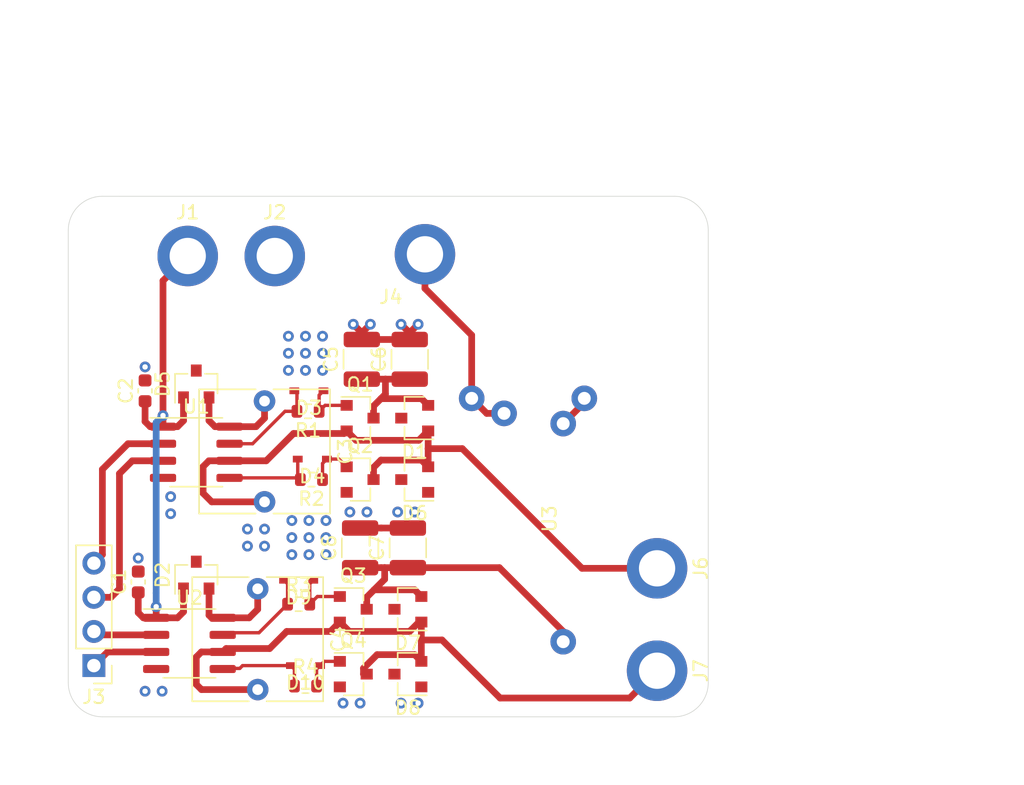
<source format=kicad_pcb>
(kicad_pcb (version 20171130) (host pcbnew "(5.1.10)-1")

  (general
    (thickness 1.6)
    (drawings 15)
    (tracks 210)
    (zones 0)
    (modules 35)
    (nets 27)
  )

  (page A4)
  (layers
    (0 F.Cu signal)
    (31 B.Cu signal)
    (32 B.Adhes user)
    (33 F.Adhes user)
    (34 B.Paste user)
    (35 F.Paste user)
    (36 B.SilkS user)
    (37 F.SilkS user)
    (38 B.Mask user)
    (39 F.Mask user)
    (40 Dwgs.User user)
    (41 Cmts.User user)
    (42 Eco1.User user)
    (43 Eco2.User user)
    (44 Edge.Cuts user)
    (45 Margin user)
    (46 B.CrtYd user)
    (47 F.CrtYd user)
    (48 B.Fab user hide)
    (49 F.Fab user hide)
  )

  (setup
    (last_trace_width 0.25)
    (user_trace_width 0.5)
    (user_trace_width 1)
    (trace_clearance 0.2)
    (zone_clearance 0.254)
    (zone_45_only no)
    (trace_min 0.2)
    (via_size 0.8)
    (via_drill 0.4)
    (via_min_size 0.4)
    (via_min_drill 0.3)
    (user_via 1 0.5)
    (user_via 1.27 0.635)
    (user_via 2 1)
    (uvia_size 0.3)
    (uvia_drill 0.1)
    (uvias_allowed no)
    (uvia_min_size 0.2)
    (uvia_min_drill 0.1)
    (edge_width 0.05)
    (segment_width 0.2)
    (pcb_text_width 0.3)
    (pcb_text_size 1.5 1.5)
    (mod_edge_width 0.12)
    (mod_text_size 1 1)
    (mod_text_width 0.15)
    (pad_size 1.524 1.524)
    (pad_drill 0.762)
    (pad_to_mask_clearance 0)
    (aux_axis_origin 0 0)
    (grid_origin 102.235 46.355)
    (visible_elements 7FFFFFFF)
    (pcbplotparams
      (layerselection 0x010fc_ffffffff)
      (usegerberextensions false)
      (usegerberattributes true)
      (usegerberadvancedattributes true)
      (creategerberjobfile true)
      (excludeedgelayer true)
      (linewidth 0.100000)
      (plotframeref false)
      (viasonmask false)
      (mode 1)
      (useauxorigin false)
      (hpglpennumber 1)
      (hpglpenspeed 20)
      (hpglpendiameter 15.000000)
      (psnegative false)
      (psa4output false)
      (plotreference true)
      (plotvalue true)
      (plotinvisibletext false)
      (padsonsilk false)
      (subtractmaskfromsilk false)
      (outputformat 1)
      (mirror false)
      (drillshape 1)
      (scaleselection 1)
      (outputdirectory ""))
  )

  (net 0 "")
  (net 1 GND)
  (net 2 VDD)
  (net 3 /hbridge1/LOAD1)
  (net 4 "Net-(C3-Pad1)")
  (net 5 /hbridge1/LOAD2)
  (net 6 "Net-(C4-Pad1)")
  (net 7 VCC)
  (net 8 HS_A)
  (net 9 "Net-(D3-Pad2)")
  (net 10 LS_A)
  (net 11 "Net-(D4-Pad2)")
  (net 12 HS_B)
  (net 13 "Net-(D9-Pad2)")
  (net 14 LS_B)
  (net 15 "Net-(D10-Pad2)")
  (net 16 V_Var)
  (net 17 /hbridge1/PWM1_EN)
  (net 18 /hbridge1/PWM1)
  (net 19 /hbridge1/PWM2_EN)
  (net 20 /hbridge1/PWM2)
  (net 21 "Net-(D5-Pad3)")
  (net 22 "Net-(D1-Pad3)")
  (net 23 "Net-(D2-Pad3)")
  (net 24 "Net-(D6-Pad3)")
  (net 25 "Net-(D7-Pad3)")
  (net 26 "Net-(D8-Pad3)")

  (net_class Default "This is the default net class."
    (clearance 0.2)
    (trace_width 0.25)
    (via_dia 0.8)
    (via_drill 0.4)
    (uvia_dia 0.3)
    (uvia_drill 0.1)
    (add_net /hbridge1/PWM1)
    (add_net /hbridge1/PWM1_EN)
    (add_net /hbridge1/PWM2)
    (add_net /hbridge1/PWM2_EN)
    (add_net GND)
    (add_net HS_A)
    (add_net HS_B)
    (add_net LS_A)
    (add_net LS_B)
    (add_net "Net-(C3-Pad1)")
    (add_net "Net-(C4-Pad1)")
    (add_net "Net-(D1-Pad3)")
    (add_net "Net-(D10-Pad2)")
    (add_net "Net-(D2-Pad3)")
    (add_net "Net-(D3-Pad2)")
    (add_net "Net-(D4-Pad2)")
    (add_net "Net-(D5-Pad3)")
    (add_net "Net-(D6-Pad3)")
    (add_net "Net-(D7-Pad3)")
    (add_net "Net-(D8-Pad3)")
    (add_net "Net-(D9-Pad2)")
    (add_net VDD)
    (add_net V_Var)
  )

  (net_class HV ""
    (clearance 0.8)
    (trace_width 0.25)
    (via_dia 0.8)
    (via_drill 0.4)
    (uvia_dia 0.3)
    (uvia_drill 0.1)
    (add_net /hbridge1/LOAD1)
    (add_net /hbridge1/LOAD2)
    (add_net VCC)
  )

  (module Package_TO_SOT_SMD:SOT-23 (layer F.Cu) (tedit 5A02FF57) (tstamp 6116F9FE)
    (at 111.125 68.199 90)
    (descr "SOT-23, Standard")
    (tags SOT-23)
    (path /6111C9E5/611B2D95)
    (attr smd)
    (fp_text reference D2 (at 0 -2.5 90) (layer F.SilkS)
      (effects (font (size 1 1) (thickness 0.15)))
    )
    (fp_text value BAS101 (at 0 2.5 90) (layer F.Fab)
      (effects (font (size 1 1) (thickness 0.15)))
    )
    (fp_line (start -0.7 -0.95) (end -0.7 1.5) (layer F.Fab) (width 0.1))
    (fp_line (start -0.15 -1.52) (end 0.7 -1.52) (layer F.Fab) (width 0.1))
    (fp_line (start -0.7 -0.95) (end -0.15 -1.52) (layer F.Fab) (width 0.1))
    (fp_line (start 0.7 -1.52) (end 0.7 1.52) (layer F.Fab) (width 0.1))
    (fp_line (start -0.7 1.52) (end 0.7 1.52) (layer F.Fab) (width 0.1))
    (fp_line (start 0.76 1.58) (end 0.76 0.65) (layer F.SilkS) (width 0.12))
    (fp_line (start 0.76 -1.58) (end 0.76 -0.65) (layer F.SilkS) (width 0.12))
    (fp_line (start -1.7 -1.75) (end 1.7 -1.75) (layer F.CrtYd) (width 0.05))
    (fp_line (start 1.7 -1.75) (end 1.7 1.75) (layer F.CrtYd) (width 0.05))
    (fp_line (start 1.7 1.75) (end -1.7 1.75) (layer F.CrtYd) (width 0.05))
    (fp_line (start -1.7 1.75) (end -1.7 -1.75) (layer F.CrtYd) (width 0.05))
    (fp_line (start 0.76 -1.58) (end -1.4 -1.58) (layer F.SilkS) (width 0.12))
    (fp_line (start 0.76 1.58) (end -0.7 1.58) (layer F.SilkS) (width 0.12))
    (fp_text user %R (at 0 0) (layer F.Fab)
      (effects (font (size 0.5 0.5) (thickness 0.075)))
    )
    (pad 3 smd rect (at 1 0 90) (size 0.9 0.8) (layers F.Cu F.Paste F.Mask)
      (net 23 "Net-(D2-Pad3)"))
    (pad 2 smd rect (at -1 0.95 90) (size 0.9 0.8) (layers F.Cu F.Paste F.Mask)
      (net 6 "Net-(C4-Pad1)"))
    (pad 1 smd rect (at -1 -0.95 90) (size 0.9 0.8) (layers F.Cu F.Paste F.Mask)
      (net 2 VDD))
    (model ${KISYS3DMOD}/Package_TO_SOT_SMD.3dshapes/SOT-23.wrl
      (at (xyz 0 0 0))
      (scale (xyz 1 1 1))
      (rotate (xyz 0 0 0))
    )
  )

  (module Package_TO_SOT_SMD:SOT-23 (layer F.Cu) (tedit 5A02FF57) (tstamp 6116BD2C)
    (at 127.381 56.515 180)
    (descr "SOT-23, Standard")
    (tags SOT-23)
    (path /6111C9E5/6116D0F5)
    (attr smd)
    (fp_text reference D1 (at 0 -2.5) (layer F.SilkS)
      (effects (font (size 1 1) (thickness 0.15)))
    )
    (fp_text value BAS101 (at 0 2.5) (layer F.Fab)
      (effects (font (size 1 1) (thickness 0.15)))
    )
    (fp_line (start -0.7 -0.95) (end -0.7 1.5) (layer F.Fab) (width 0.1))
    (fp_line (start -0.15 -1.52) (end 0.7 -1.52) (layer F.Fab) (width 0.1))
    (fp_line (start -0.7 -0.95) (end -0.15 -1.52) (layer F.Fab) (width 0.1))
    (fp_line (start 0.7 -1.52) (end 0.7 1.52) (layer F.Fab) (width 0.1))
    (fp_line (start -0.7 1.52) (end 0.7 1.52) (layer F.Fab) (width 0.1))
    (fp_line (start 0.76 1.58) (end 0.76 0.65) (layer F.SilkS) (width 0.12))
    (fp_line (start 0.76 -1.58) (end 0.76 -0.65) (layer F.SilkS) (width 0.12))
    (fp_line (start -1.7 -1.75) (end 1.7 -1.75) (layer F.CrtYd) (width 0.05))
    (fp_line (start 1.7 -1.75) (end 1.7 1.75) (layer F.CrtYd) (width 0.05))
    (fp_line (start 1.7 1.75) (end -1.7 1.75) (layer F.CrtYd) (width 0.05))
    (fp_line (start -1.7 1.75) (end -1.7 -1.75) (layer F.CrtYd) (width 0.05))
    (fp_line (start 0.76 -1.58) (end -1.4 -1.58) (layer F.SilkS) (width 0.12))
    (fp_line (start 0.76 1.58) (end -0.7 1.58) (layer F.SilkS) (width 0.12))
    (fp_text user %R (at 0 0 90) (layer F.Fab)
      (effects (font (size 0.5 0.5) (thickness 0.075)))
    )
    (pad 1 smd rect (at -1 -0.95 180) (size 0.9 0.8) (layers F.Cu F.Paste F.Mask)
      (net 3 /hbridge1/LOAD1))
    (pad 2 smd rect (at -1 0.95 180) (size 0.9 0.8) (layers F.Cu F.Paste F.Mask)
      (net 7 VCC))
    (pad 3 smd rect (at 1 0 180) (size 0.9 0.8) (layers F.Cu F.Paste F.Mask)
      (net 22 "Net-(D1-Pad3)"))
    (model ${KISYS3DMOD}/Package_TO_SOT_SMD.3dshapes/SOT-23.wrl
      (at (xyz 0 0 0))
      (scale (xyz 1 1 1))
      (rotate (xyz 0 0 0))
    )
  )

  (module Package_TO_SOT_SMD:SOT-23 (layer F.Cu) (tedit 5A02FF57) (tstamp 6116B0B7)
    (at 111.125 53.975 90)
    (descr "SOT-23, Standard")
    (tags SOT-23)
    (path /6111C9E5/611705A6)
    (attr smd)
    (fp_text reference D5 (at 0 -2.5 90) (layer F.SilkS)
      (effects (font (size 1 1) (thickness 0.15)))
    )
    (fp_text value BAS101 (at 0 2.5 90) (layer F.Fab)
      (effects (font (size 1 1) (thickness 0.15)))
    )
    (fp_line (start -0.7 -0.95) (end -0.7 1.5) (layer F.Fab) (width 0.1))
    (fp_line (start -0.15 -1.52) (end 0.7 -1.52) (layer F.Fab) (width 0.1))
    (fp_line (start -0.7 -0.95) (end -0.15 -1.52) (layer F.Fab) (width 0.1))
    (fp_line (start 0.7 -1.52) (end 0.7 1.52) (layer F.Fab) (width 0.1))
    (fp_line (start -0.7 1.52) (end 0.7 1.52) (layer F.Fab) (width 0.1))
    (fp_line (start 0.76 1.58) (end 0.76 0.65) (layer F.SilkS) (width 0.12))
    (fp_line (start 0.76 -1.58) (end 0.76 -0.65) (layer F.SilkS) (width 0.12))
    (fp_line (start -1.7 -1.75) (end 1.7 -1.75) (layer F.CrtYd) (width 0.05))
    (fp_line (start 1.7 -1.75) (end 1.7 1.75) (layer F.CrtYd) (width 0.05))
    (fp_line (start 1.7 1.75) (end -1.7 1.75) (layer F.CrtYd) (width 0.05))
    (fp_line (start -1.7 1.75) (end -1.7 -1.75) (layer F.CrtYd) (width 0.05))
    (fp_line (start 0.76 -1.58) (end -1.4 -1.58) (layer F.SilkS) (width 0.12))
    (fp_line (start 0.76 1.58) (end -0.7 1.58) (layer F.SilkS) (width 0.12))
    (fp_text user %R (at 0 0) (layer F.Fab)
      (effects (font (size 0.5 0.5) (thickness 0.075)))
    )
    (pad 3 smd rect (at 1 0 90) (size 0.9 0.8) (layers F.Cu F.Paste F.Mask)
      (net 21 "Net-(D5-Pad3)"))
    (pad 2 smd rect (at -1 0.95 90) (size 0.9 0.8) (layers F.Cu F.Paste F.Mask)
      (net 4 "Net-(C3-Pad1)"))
    (pad 1 smd rect (at -1 -0.95 90) (size 0.9 0.8) (layers F.Cu F.Paste F.Mask)
      (net 2 VDD))
    (model ${KISYS3DMOD}/Package_TO_SOT_SMD.3dshapes/SOT-23.wrl
      (at (xyz 0 0 0))
      (scale (xyz 1 1 1))
      (rotate (xyz 0 0 0))
    )
  )

  (module MountingHole:MountingHole_2.7mm_M2.5_ISO7380_Pad (layer F.Cu) (tedit 56D1B4CB) (tstamp 60FABEC2)
    (at 145.415 75.311 270)
    (descr "Mounting Hole 2.7mm, M2.5, ISO7380")
    (tags "mounting hole 2.7mm m2.5 iso7380")
    (path /6111C9E5/60FB9582)
    (attr virtual)
    (fp_text reference J7 (at 0 -3.25 90) (layer F.SilkS)
      (effects (font (size 1 1) (thickness 0.15)))
    )
    (fp_text value Conn_01x01_Male (at 0 3.25 90) (layer F.Fab)
      (effects (font (size 1 1) (thickness 0.15)))
    )
    (fp_circle (center 0 0) (end 2.25 0) (layer Cmts.User) (width 0.15))
    (fp_circle (center 0 0) (end 2.5 0) (layer F.CrtYd) (width 0.05))
    (fp_text user %R (at 0.3 0 90) (layer F.Fab)
      (effects (font (size 1 1) (thickness 0.15)))
    )
    (pad 1 thru_hole circle (at 0 0 270) (size 4.5 4.5) (drill 2.7) (layers *.Cu *.Mask)
      (net 5 /hbridge1/LOAD2))
  )

  (module MountingHole:MountingHole_2.7mm_M2.5_ISO7380_Pad (layer F.Cu) (tedit 56D1B4CB) (tstamp 60FAD2AA)
    (at 145.415 67.691 270)
    (descr "Mounting Hole 2.7mm, M2.5, ISO7380")
    (tags "mounting hole 2.7mm m2.5 iso7380")
    (path /6111C9E5/60FB8E40)
    (attr virtual)
    (fp_text reference J6 (at 0 -3.25 90) (layer F.SilkS)
      (effects (font (size 1 1) (thickness 0.15)))
    )
    (fp_text value Conn_01x01_Male (at 0 3.25 90) (layer F.Fab)
      (effects (font (size 1 1) (thickness 0.15)))
    )
    (fp_circle (center 0 0) (end 2.25 0) (layer Cmts.User) (width 0.15))
    (fp_circle (center 0 0) (end 2.5 0) (layer F.CrtYd) (width 0.05))
    (fp_text user %R (at 0.3 0 90) (layer F.Fab)
      (effects (font (size 1 1) (thickness 0.15)))
    )
    (pad 1 thru_hole circle (at 0 0 270) (size 4.5 4.5) (drill 2.7) (layers *.Cu *.Mask)
      (net 3 /hbridge1/LOAD1))
  )

  (module Resistor_SMD:R_0603_1608Metric (layer F.Cu) (tedit 5F68FEEE) (tstamp 60FAC742)
    (at 118.745 70.358)
    (descr "Resistor SMD 0603 (1608 Metric), square (rectangular) end terminal, IPC_7351 nominal, (Body size source: IPC-SM-782 page 72, https://www.pcb-3d.com/wordpress/wp-content/uploads/ipc-sm-782a_amendment_1_and_2.pdf), generated with kicad-footprint-generator")
    (tags resistor)
    (path /6111C9E5/6121C184)
    (attr smd)
    (fp_text reference R3 (at 0 -1.43) (layer F.SilkS)
      (effects (font (size 1 1) (thickness 0.15)))
    )
    (fp_text value "27R  50V" (at 0 1.43) (layer F.Fab)
      (effects (font (size 1 1) (thickness 0.15)))
    )
    (fp_line (start -0.8 0.4125) (end -0.8 -0.4125) (layer F.Fab) (width 0.1))
    (fp_line (start -0.8 -0.4125) (end 0.8 -0.4125) (layer F.Fab) (width 0.1))
    (fp_line (start 0.8 -0.4125) (end 0.8 0.4125) (layer F.Fab) (width 0.1))
    (fp_line (start 0.8 0.4125) (end -0.8 0.4125) (layer F.Fab) (width 0.1))
    (fp_line (start -0.237258 -0.5225) (end 0.237258 -0.5225) (layer F.SilkS) (width 0.12))
    (fp_line (start -0.237258 0.5225) (end 0.237258 0.5225) (layer F.SilkS) (width 0.12))
    (fp_line (start -1.48 0.73) (end -1.48 -0.73) (layer F.CrtYd) (width 0.05))
    (fp_line (start -1.48 -0.73) (end 1.48 -0.73) (layer F.CrtYd) (width 0.05))
    (fp_line (start 1.48 -0.73) (end 1.48 0.73) (layer F.CrtYd) (width 0.05))
    (fp_line (start 1.48 0.73) (end -1.48 0.73) (layer F.CrtYd) (width 0.05))
    (fp_text user %R (at 0 0) (layer F.Fab)
      (effects (font (size 0.4 0.4) (thickness 0.06)))
    )
    (pad 2 smd roundrect (at 0.825 0) (size 0.8 0.95) (layers F.Cu F.Paste F.Mask) (roundrect_rratio 0.25)
      (net 13 "Net-(D9-Pad2)"))
    (pad 1 smd roundrect (at -0.825 0) (size 0.8 0.95) (layers F.Cu F.Paste F.Mask) (roundrect_rratio 0.25)
      (net 12 HS_B))
    (model ${KISYS3DMOD}/Resistor_SMD.3dshapes/R_0603_1608Metric.wrl
      (at (xyz 0 0 0))
      (scale (xyz 1 1 1))
      (rotate (xyz 0 0 0))
    )
  )

  (module MountingHole:MountingHole_2.7mm_M2.5_ISO7380_Pad (layer F.Cu) (tedit 56D1B4CB) (tstamp 60FAC82C)
    (at 116.967 44.45)
    (descr "Mounting Hole 2.7mm, M2.5, ISO7380")
    (tags "mounting hole 2.7mm m2.5 iso7380")
    (path /6111C9E5/6131D6B1)
    (attr virtual)
    (fp_text reference J2 (at 0 -3.25) (layer F.SilkS)
      (effects (font (size 1 1) (thickness 0.15)))
    )
    (fp_text value Conn_01x01_Male (at 0 3.25) (layer F.Fab)
      (effects (font (size 1 1) (thickness 0.15)))
    )
    (fp_circle (center 0 0) (end 2.25 0) (layer Cmts.User) (width 0.15))
    (fp_circle (center 0 0) (end 2.5 0) (layer F.CrtYd) (width 0.05))
    (fp_text user %R (at 0.3 0) (layer F.Fab)
      (effects (font (size 1 1) (thickness 0.15)))
    )
    (pad 1 thru_hole circle (at 0 0) (size 4.5 4.5) (drill 2.7) (layers *.Cu *.Mask)
      (net 1 GND))
  )

  (module MountingHole:MountingHole_2.7mm_M2.5_ISO7380_Pad (layer F.Cu) (tedit 56D1B4CB) (tstamp 60FAD3AC)
    (at 110.49 44.45)
    (descr "Mounting Hole 2.7mm, M2.5, ISO7380")
    (tags "mounting hole 2.7mm m2.5 iso7380")
    (path /6111C9E5/6131C3A3)
    (attr virtual)
    (fp_text reference J1 (at 0 -3.25) (layer F.SilkS)
      (effects (font (size 1 1) (thickness 0.15)))
    )
    (fp_text value Conn_01x01_Male (at 0 3.25) (layer F.Fab)
      (effects (font (size 1 1) (thickness 0.15)))
    )
    (fp_circle (center 0 0) (end 2.25 0) (layer Cmts.User) (width 0.15))
    (fp_circle (center 0 0) (end 2.5 0) (layer F.CrtYd) (width 0.05))
    (fp_text user %R (at 0.3 0) (layer F.Fab)
      (effects (font (size 1 1) (thickness 0.15)))
    )
    (pad 1 thru_hole circle (at 0 0) (size 4.5 4.5) (drill 2.7) (layers *.Cu *.Mask)
      (net 2 VDD))
  )

  (module Connector_PinHeader_2.54mm:PinHeader_1x04_P2.54mm_Vertical (layer F.Cu) (tedit 59FED5CC) (tstamp 60FAC78E)
    (at 103.505 74.93 180)
    (descr "Through hole straight pin header, 1x04, 2.54mm pitch, single row")
    (tags "Through hole pin header THT 1x04 2.54mm single row")
    (path /6111C9E5/612EF8D8)
    (fp_text reference J3 (at 0 -2.33) (layer F.SilkS)
      (effects (font (size 1 1) (thickness 0.15)))
    )
    (fp_text value Conn_01x04 (at 0 9.95) (layer F.Fab)
      (effects (font (size 1 1) (thickness 0.15)))
    )
    (fp_line (start -0.635 -1.27) (end 1.27 -1.27) (layer F.Fab) (width 0.1))
    (fp_line (start 1.27 -1.27) (end 1.27 8.89) (layer F.Fab) (width 0.1))
    (fp_line (start 1.27 8.89) (end -1.27 8.89) (layer F.Fab) (width 0.1))
    (fp_line (start -1.27 8.89) (end -1.27 -0.635) (layer F.Fab) (width 0.1))
    (fp_line (start -1.27 -0.635) (end -0.635 -1.27) (layer F.Fab) (width 0.1))
    (fp_line (start -1.33 8.95) (end 1.33 8.95) (layer F.SilkS) (width 0.12))
    (fp_line (start -1.33 1.27) (end -1.33 8.95) (layer F.SilkS) (width 0.12))
    (fp_line (start 1.33 1.27) (end 1.33 8.95) (layer F.SilkS) (width 0.12))
    (fp_line (start -1.33 1.27) (end 1.33 1.27) (layer F.SilkS) (width 0.12))
    (fp_line (start -1.33 0) (end -1.33 -1.33) (layer F.SilkS) (width 0.12))
    (fp_line (start -1.33 -1.33) (end 0 -1.33) (layer F.SilkS) (width 0.12))
    (fp_line (start -1.8 -1.8) (end -1.8 9.4) (layer F.CrtYd) (width 0.05))
    (fp_line (start -1.8 9.4) (end 1.8 9.4) (layer F.CrtYd) (width 0.05))
    (fp_line (start 1.8 9.4) (end 1.8 -1.8) (layer F.CrtYd) (width 0.05))
    (fp_line (start 1.8 -1.8) (end -1.8 -1.8) (layer F.CrtYd) (width 0.05))
    (fp_text user %R (at 0 3.81 90) (layer F.Fab)
      (effects (font (size 1 1) (thickness 0.15)))
    )
    (pad 4 thru_hole oval (at 0 7.62 180) (size 1.7 1.7) (drill 1) (layers *.Cu *.Mask)
      (net 18 /hbridge1/PWM1))
    (pad 3 thru_hole oval (at 0 5.08 180) (size 1.7 1.7) (drill 1) (layers *.Cu *.Mask)
      (net 17 /hbridge1/PWM1_EN))
    (pad 2 thru_hole oval (at 0 2.54 180) (size 1.7 1.7) (drill 1) (layers *.Cu *.Mask)
      (net 20 /hbridge1/PWM2))
    (pad 1 thru_hole rect (at 0 0 180) (size 1.7 1.7) (drill 1) (layers *.Cu *.Mask)
      (net 19 /hbridge1/PWM2_EN))
    (model ${KISYS3DMOD}/Connector_PinHeader_2.54mm.3dshapes/PinHeader_1x04_P2.54mm_Vertical.wrl
      (at (xyz 0 0 0))
      (scale (xyz 1 1 1))
      (rotate (xyz 0 0 0))
    )
  )

  (module MountingHole:MountingHole_2.7mm_M2.5_ISO7380_Pad (layer F.Cu) (tedit 56D1B4CB) (tstamp 60FAC802)
    (at 128.143 44.323 270)
    (descr "Mounting Hole 2.7mm, M2.5, ISO7380")
    (tags "mounting hole 2.7mm m2.5 iso7380")
    (path /6111C9E5/612BCE46)
    (attr virtual)
    (fp_text reference J4 (at 3.175 2.54 180) (layer F.SilkS)
      (effects (font (size 1 1) (thickness 0.15)))
    )
    (fp_text value Conn_01x01_Male (at 0 3.25 90) (layer F.Fab)
      (effects (font (size 1 1) (thickness 0.15)))
    )
    (fp_circle (center 0 0) (end 2.25 0) (layer Cmts.User) (width 0.15))
    (fp_circle (center 0 0) (end 2.5 0) (layer F.CrtYd) (width 0.05))
    (fp_text user %R (at 0.3 0 90) (layer F.Fab)
      (effects (font (size 1 1) (thickness 0.15)))
    )
    (pad 1 thru_hole circle (at 0 0 270) (size 4.5 4.5) (drill 2.7) (layers *.Cu *.Mask)
      (net 16 V_Var))
  )

  (module HBREMS_Hbridge:A03P-12 (layer F.Cu) (tedit 60FA8562) (tstamp 60FAC7E3)
    (at 135.89 63.5 270)
    (path /6111C9E5/6127506F)
    (fp_text reference U3 (at 0.508 -1.524 90) (layer F.SilkS)
      (effects (font (size 1 1) (thickness 0.15)))
    )
    (fp_text value A03P-12 (at 0 1.524 90) (layer F.Fab)
      (effects (font (size 1 1) (thickness 0.15)))
    )
    (fp_line (start 11.938 -5.588) (end 11.938 5.842) (layer F.CrtYd) (width 0.12))
    (fp_line (start 11.938 -5.588) (end -10.997 -5.588) (layer F.CrtYd) (width 0.12))
    (fp_line (start 11.938 5.842) (end -10.997 5.842) (layer F.CrtYd) (width 0.12))
    (fp_arc (start -10.997 0.127) (end -10.997 5.842) (angle 180) (layer F.CrtYd) (width 0.12))
    (pad 2 thru_hole circle (at -7.338 1.86 270) (size 1.905 1.905) (drill 0.96) (layers *.Cu *.Mask)
      (net 16 V_Var))
    (pad 4 thru_hole circle (at -6.578 -2.54 270) (size 1.905 1.905) (drill 0.96) (layers *.Cu *.Mask)
      (net 1 GND))
    (pad 5 thru_hole circle (at -8.458 4.27 270) (size 1.905 1.905) (drill 0.96) (layers *.Cu *.Mask)
      (net 16 V_Var))
    (pad 1 thru_hole circle (at -8.458 -4.11 270) (size 1.905 1.905) (drill 0.96) (layers *.Cu *.Mask)
      (net 1 GND))
    (pad 3 thru_hole circle (at 9.652 -2.54 270) (size 1.905 1.905) (drill 0.96) (layers *.Cu *.Mask)
      (net 7 VCC))
  )

  (module HBREMS_Hbridge:SOD-323 (layer F.Cu) (tedit 60FA5FBA) (tstamp 60FAC7C5)
    (at 119.253 74.93)
    (path /6111C9E5/611F53F4)
    (fp_text reference D10 (at 0 1.27) (layer F.SilkS)
      (effects (font (size 1 1) (thickness 0.15)))
    )
    (fp_text value D (at 0 -0.5) (layer F.Fab)
      (effects (font (size 1 1) (thickness 0.15)))
    )
    (fp_line (start -0.975 0.675) (end 0.975 0.675) (layer F.CrtYd) (width 0.12))
    (fp_line (start -0.975 -0.675) (end 0.975 -0.675) (layer F.CrtYd) (width 0.12))
    (fp_line (start -0.975 0.675) (end -0.975 -0.675) (layer F.CrtYd) (width 0.12))
    (fp_line (start 0.975 0.675) (end 0.975 -0.675) (layer F.CrtYd) (width 0.12))
    (pad 1 smd rect (at -1.085 0) (size 0.73 0.5) (layers F.Cu F.Paste F.Mask)
      (net 14 LS_B))
    (pad 2 smd rect (at 1.085 0) (size 0.73 0.5) (layers F.Cu F.Paste F.Mask)
      (net 15 "Net-(D10-Pad2)"))
  )

  (module HBREMS_Hbridge:SOD-323 (layer F.Cu) (tedit 60FA5FBA) (tstamp 60FACB3A)
    (at 118.745 68.58)
    (path /6111C9E5/611F4CEB)
    (fp_text reference D9 (at 0 1.27) (layer F.SilkS)
      (effects (font (size 1 1) (thickness 0.15)))
    )
    (fp_text value D (at 0 -0.5) (layer F.Fab)
      (effects (font (size 1 1) (thickness 0.15)))
    )
    (fp_line (start -0.975 0.675) (end 0.975 0.675) (layer F.CrtYd) (width 0.12))
    (fp_line (start -0.975 -0.675) (end 0.975 -0.675) (layer F.CrtYd) (width 0.12))
    (fp_line (start -0.975 0.675) (end -0.975 -0.675) (layer F.CrtYd) (width 0.12))
    (fp_line (start 0.975 0.675) (end 0.975 -0.675) (layer F.CrtYd) (width 0.12))
    (pad 1 smd rect (at -1.085 0) (size 0.73 0.5) (layers F.Cu F.Paste F.Mask)
      (net 12 HS_B))
    (pad 2 smd rect (at 1.085 0) (size 0.73 0.5) (layers F.Cu F.Paste F.Mask)
      (net 13 "Net-(D9-Pad2)"))
  )

  (module HBREMS_Hbridge:SOD-323 (layer F.Cu) (tedit 60FA5FBA) (tstamp 60FACBCD)
    (at 119.761 59.563)
    (path /6111C9E5/611F48AC)
    (fp_text reference D4 (at 0 1.27) (layer F.SilkS)
      (effects (font (size 1 1) (thickness 0.15)))
    )
    (fp_text value D (at 0 -0.5) (layer F.Fab)
      (effects (font (size 1 1) (thickness 0.15)))
    )
    (fp_line (start -0.975 0.675) (end 0.975 0.675) (layer F.CrtYd) (width 0.12))
    (fp_line (start -0.975 -0.675) (end 0.975 -0.675) (layer F.CrtYd) (width 0.12))
    (fp_line (start -0.975 0.675) (end -0.975 -0.675) (layer F.CrtYd) (width 0.12))
    (fp_line (start 0.975 0.675) (end 0.975 -0.675) (layer F.CrtYd) (width 0.12))
    (pad 1 smd rect (at -1.085 0) (size 0.73 0.5) (layers F.Cu F.Paste F.Mask)
      (net 10 LS_A))
    (pad 2 smd rect (at 1.085 0) (size 0.73 0.5) (layers F.Cu F.Paste F.Mask)
      (net 11 "Net-(D4-Pad2)"))
  )

  (module HBREMS_Hbridge:SOD-323 (layer F.Cu) (tedit 60FA5FBA) (tstamp 60FACBE8)
    (at 119.507 54.483)
    (path /6111C9E5/6115A2B9)
    (fp_text reference D3 (at 0 1.27) (layer F.SilkS)
      (effects (font (size 1 1) (thickness 0.15)))
    )
    (fp_text value D (at 0 -0.5) (layer F.Fab)
      (effects (font (size 1 1) (thickness 0.15)))
    )
    (fp_line (start -0.975 0.675) (end 0.975 0.675) (layer F.CrtYd) (width 0.12))
    (fp_line (start -0.975 -0.675) (end 0.975 -0.675) (layer F.CrtYd) (width 0.12))
    (fp_line (start -0.975 0.675) (end -0.975 -0.675) (layer F.CrtYd) (width 0.12))
    (fp_line (start 0.975 0.675) (end 0.975 -0.675) (layer F.CrtYd) (width 0.12))
    (pad 1 smd rect (at -1.085 0) (size 0.73 0.5) (layers F.Cu F.Paste F.Mask)
      (net 8 HS_A))
    (pad 2 smd rect (at 1.085 0) (size 0.73 0.5) (layers F.Cu F.Paste F.Mask)
      (net 9 "Net-(D3-Pad2)"))
  )

  (module Package_TO_SOT_SMD:SOT-23 (layer F.Cu) (tedit 5A02FF57) (tstamp 60FACCFE)
    (at 126.873 75.565 180)
    (descr "SOT-23, Standard")
    (tags SOT-23)
    (path /6111C9E5/6116F5F2)
    (attr smd)
    (fp_text reference D8 (at 0 -2.5) (layer F.SilkS)
      (effects (font (size 1 1) (thickness 0.15)))
    )
    (fp_text value BAS101 (at 0 2.5) (layer F.Fab)
      (effects (font (size 1 1) (thickness 0.15)))
    )
    (fp_line (start 0.76 1.58) (end -0.7 1.58) (layer F.SilkS) (width 0.12))
    (fp_line (start 0.76 -1.58) (end -1.4 -1.58) (layer F.SilkS) (width 0.12))
    (fp_line (start -1.7 1.75) (end -1.7 -1.75) (layer F.CrtYd) (width 0.05))
    (fp_line (start 1.7 1.75) (end -1.7 1.75) (layer F.CrtYd) (width 0.05))
    (fp_line (start 1.7 -1.75) (end 1.7 1.75) (layer F.CrtYd) (width 0.05))
    (fp_line (start -1.7 -1.75) (end 1.7 -1.75) (layer F.CrtYd) (width 0.05))
    (fp_line (start 0.76 -1.58) (end 0.76 -0.65) (layer F.SilkS) (width 0.12))
    (fp_line (start 0.76 1.58) (end 0.76 0.65) (layer F.SilkS) (width 0.12))
    (fp_line (start -0.7 1.52) (end 0.7 1.52) (layer F.Fab) (width 0.1))
    (fp_line (start 0.7 -1.52) (end 0.7 1.52) (layer F.Fab) (width 0.1))
    (fp_line (start -0.7 -0.95) (end -0.15 -1.52) (layer F.Fab) (width 0.1))
    (fp_line (start -0.15 -1.52) (end 0.7 -1.52) (layer F.Fab) (width 0.1))
    (fp_line (start -0.7 -0.95) (end -0.7 1.5) (layer F.Fab) (width 0.1))
    (fp_text user %R (at 0 0 90) (layer F.Fab)
      (effects (font (size 0.5 0.5) (thickness 0.075)))
    )
    (pad 3 smd rect (at 1 0 180) (size 0.9 0.8) (layers F.Cu F.Paste F.Mask)
      (net 26 "Net-(D8-Pad3)"))
    (pad 2 smd rect (at -1 0.95 180) (size 0.9 0.8) (layers F.Cu F.Paste F.Mask)
      (net 5 /hbridge1/LOAD2))
    (pad 1 smd rect (at -1 -0.95 180) (size 0.9 0.8) (layers F.Cu F.Paste F.Mask)
      (net 1 GND))
    (model ${KISYS3DMOD}/Package_TO_SOT_SMD.3dshapes/SOT-23.wrl
      (at (xyz 0 0 0))
      (scale (xyz 1 1 1))
      (rotate (xyz 0 0 0))
    )
  )

  (module Package_TO_SOT_SMD:SOT-23 (layer F.Cu) (tedit 5A02FF57) (tstamp 60FACB09)
    (at 126.873 70.739 180)
    (descr "SOT-23, Standard")
    (tags SOT-23)
    (path /6111C9E5/6116B570)
    (attr smd)
    (fp_text reference D7 (at 0 -2.5) (layer F.SilkS)
      (effects (font (size 1 1) (thickness 0.15)))
    )
    (fp_text value BAS101 (at 0 2.5) (layer F.Fab)
      (effects (font (size 1 1) (thickness 0.15)))
    )
    (fp_line (start 0.76 1.58) (end -0.7 1.58) (layer F.SilkS) (width 0.12))
    (fp_line (start 0.76 -1.58) (end -1.4 -1.58) (layer F.SilkS) (width 0.12))
    (fp_line (start -1.7 1.75) (end -1.7 -1.75) (layer F.CrtYd) (width 0.05))
    (fp_line (start 1.7 1.75) (end -1.7 1.75) (layer F.CrtYd) (width 0.05))
    (fp_line (start 1.7 -1.75) (end 1.7 1.75) (layer F.CrtYd) (width 0.05))
    (fp_line (start -1.7 -1.75) (end 1.7 -1.75) (layer F.CrtYd) (width 0.05))
    (fp_line (start 0.76 -1.58) (end 0.76 -0.65) (layer F.SilkS) (width 0.12))
    (fp_line (start 0.76 1.58) (end 0.76 0.65) (layer F.SilkS) (width 0.12))
    (fp_line (start -0.7 1.52) (end 0.7 1.52) (layer F.Fab) (width 0.1))
    (fp_line (start 0.7 -1.52) (end 0.7 1.52) (layer F.Fab) (width 0.1))
    (fp_line (start -0.7 -0.95) (end -0.15 -1.52) (layer F.Fab) (width 0.1))
    (fp_line (start -0.15 -1.52) (end 0.7 -1.52) (layer F.Fab) (width 0.1))
    (fp_line (start -0.7 -0.95) (end -0.7 1.5) (layer F.Fab) (width 0.1))
    (fp_text user %R (at 0 0 90) (layer F.Fab)
      (effects (font (size 0.5 0.5) (thickness 0.075)))
    )
    (pad 3 smd rect (at 1 0 180) (size 0.9 0.8) (layers F.Cu F.Paste F.Mask)
      (net 25 "Net-(D7-Pad3)"))
    (pad 2 smd rect (at -1 0.95 180) (size 0.9 0.8) (layers F.Cu F.Paste F.Mask)
      (net 7 VCC))
    (pad 1 smd rect (at -1 -0.95 180) (size 0.9 0.8) (layers F.Cu F.Paste F.Mask)
      (net 5 /hbridge1/LOAD2))
    (model ${KISYS3DMOD}/Package_TO_SOT_SMD.3dshapes/SOT-23.wrl
      (at (xyz 0 0 0))
      (scale (xyz 1 1 1))
      (rotate (xyz 0 0 0))
    )
  )

  (module Package_TO_SOT_SMD:SOT-23 (layer F.Cu) (tedit 5A02FF57) (tstamp 60FACB9C)
    (at 127.381 61.087 180)
    (descr "SOT-23, Standard")
    (tags SOT-23)
    (path /6111C9E5/6116EA60)
    (attr smd)
    (fp_text reference D6 (at 0 -2.5) (layer F.SilkS)
      (effects (font (size 1 1) (thickness 0.15)))
    )
    (fp_text value BAS101 (at 0 2.5) (layer F.Fab)
      (effects (font (size 1 1) (thickness 0.15)))
    )
    (fp_line (start 0.76 1.58) (end -0.7 1.58) (layer F.SilkS) (width 0.12))
    (fp_line (start 0.76 -1.58) (end -1.4 -1.58) (layer F.SilkS) (width 0.12))
    (fp_line (start -1.7 1.75) (end -1.7 -1.75) (layer F.CrtYd) (width 0.05))
    (fp_line (start 1.7 1.75) (end -1.7 1.75) (layer F.CrtYd) (width 0.05))
    (fp_line (start 1.7 -1.75) (end 1.7 1.75) (layer F.CrtYd) (width 0.05))
    (fp_line (start -1.7 -1.75) (end 1.7 -1.75) (layer F.CrtYd) (width 0.05))
    (fp_line (start 0.76 -1.58) (end 0.76 -0.65) (layer F.SilkS) (width 0.12))
    (fp_line (start 0.76 1.58) (end 0.76 0.65) (layer F.SilkS) (width 0.12))
    (fp_line (start -0.7 1.52) (end 0.7 1.52) (layer F.Fab) (width 0.1))
    (fp_line (start 0.7 -1.52) (end 0.7 1.52) (layer F.Fab) (width 0.1))
    (fp_line (start -0.7 -0.95) (end -0.15 -1.52) (layer F.Fab) (width 0.1))
    (fp_line (start -0.15 -1.52) (end 0.7 -1.52) (layer F.Fab) (width 0.1))
    (fp_line (start -0.7 -0.95) (end -0.7 1.5) (layer F.Fab) (width 0.1))
    (fp_text user %R (at 0 0 90) (layer F.Fab)
      (effects (font (size 0.5 0.5) (thickness 0.075)))
    )
    (pad 3 smd rect (at 1 0 180) (size 0.9 0.8) (layers F.Cu F.Paste F.Mask)
      (net 24 "Net-(D6-Pad3)"))
    (pad 2 smd rect (at -1 0.95 180) (size 0.9 0.8) (layers F.Cu F.Paste F.Mask)
      (net 3 /hbridge1/LOAD1))
    (pad 1 smd rect (at -1 -0.95 180) (size 0.9 0.8) (layers F.Cu F.Paste F.Mask)
      (net 1 GND))
    (model ${KISYS3DMOD}/Package_TO_SOT_SMD.3dshapes/SOT-23.wrl
      (at (xyz 0 0 0))
      (scale (xyz 1 1 1))
      (rotate (xyz 0 0 0))
    )
  )

  (module Package_SO:SOIC-8_3.9x4.9mm_P1.27mm (layer F.Cu) (tedit 5D9F72B1) (tstamp 60FACD6F)
    (at 110.617 73.279)
    (descr "SOIC, 8 Pin (JEDEC MS-012AA, https://www.analog.com/media/en/package-pcb-resources/package/pkg_pdf/soic_narrow-r/r_8.pdf), generated with kicad-footprint-generator ipc_gullwing_generator.py")
    (tags "SOIC SO")
    (path /6111C9E5/6115A379)
    (attr smd)
    (fp_text reference U2 (at 0 -3.4) (layer F.SilkS)
      (effects (font (size 1 1) (thickness 0.15)))
    )
    (fp_text value IR2104 (at 0 3.4) (layer F.Fab)
      (effects (font (size 1 1) (thickness 0.15)))
    )
    (fp_line (start 0 2.56) (end 1.95 2.56) (layer F.SilkS) (width 0.12))
    (fp_line (start 0 2.56) (end -1.95 2.56) (layer F.SilkS) (width 0.12))
    (fp_line (start 0 -2.56) (end 1.95 -2.56) (layer F.SilkS) (width 0.12))
    (fp_line (start 0 -2.56) (end -3.45 -2.56) (layer F.SilkS) (width 0.12))
    (fp_line (start -0.975 -2.45) (end 1.95 -2.45) (layer F.Fab) (width 0.1))
    (fp_line (start 1.95 -2.45) (end 1.95 2.45) (layer F.Fab) (width 0.1))
    (fp_line (start 1.95 2.45) (end -1.95 2.45) (layer F.Fab) (width 0.1))
    (fp_line (start -1.95 2.45) (end -1.95 -1.475) (layer F.Fab) (width 0.1))
    (fp_line (start -1.95 -1.475) (end -0.975 -2.45) (layer F.Fab) (width 0.1))
    (fp_line (start -3.7 -2.7) (end -3.7 2.7) (layer F.CrtYd) (width 0.05))
    (fp_line (start -3.7 2.7) (end 3.7 2.7) (layer F.CrtYd) (width 0.05))
    (fp_line (start 3.7 2.7) (end 3.7 -2.7) (layer F.CrtYd) (width 0.05))
    (fp_line (start 3.7 -2.7) (end -3.7 -2.7) (layer F.CrtYd) (width 0.05))
    (fp_text user %R (at 0 0) (layer F.Fab)
      (effects (font (size 0.98 0.98) (thickness 0.15)))
    )
    (pad 8 smd roundrect (at 2.475 -1.905) (size 1.95 0.6) (layers F.Cu F.Paste F.Mask) (roundrect_rratio 0.25)
      (net 6 "Net-(C4-Pad1)"))
    (pad 7 smd roundrect (at 2.475 -0.635) (size 1.95 0.6) (layers F.Cu F.Paste F.Mask) (roundrect_rratio 0.25)
      (net 12 HS_B))
    (pad 6 smd roundrect (at 2.475 0.635) (size 1.95 0.6) (layers F.Cu F.Paste F.Mask) (roundrect_rratio 0.25)
      (net 5 /hbridge1/LOAD2))
    (pad 5 smd roundrect (at 2.475 1.905) (size 1.95 0.6) (layers F.Cu F.Paste F.Mask) (roundrect_rratio 0.25)
      (net 14 LS_B))
    (pad 4 smd roundrect (at -2.475 1.905) (size 1.95 0.6) (layers F.Cu F.Paste F.Mask) (roundrect_rratio 0.25)
      (net 1 GND))
    (pad 3 smd roundrect (at -2.475 0.635) (size 1.95 0.6) (layers F.Cu F.Paste F.Mask) (roundrect_rratio 0.25)
      (net 19 /hbridge1/PWM2_EN))
    (pad 2 smd roundrect (at -2.475 -0.635) (size 1.95 0.6) (layers F.Cu F.Paste F.Mask) (roundrect_rratio 0.25)
      (net 20 /hbridge1/PWM2))
    (pad 1 smd roundrect (at -2.475 -1.905) (size 1.95 0.6) (layers F.Cu F.Paste F.Mask) (roundrect_rratio 0.25)
      (net 2 VDD))
    (model ${KISYS3DMOD}/Package_SO.3dshapes/SOIC-8_3.9x4.9mm_P1.27mm.wrl
      (at (xyz 0 0 0))
      (scale (xyz 1 1 1))
      (rotate (xyz 0 0 0))
    )
  )

  (module Package_SO:SOIC-8_3.9x4.9mm_P1.27mm (layer F.Cu) (tedit 5D9F72B1) (tstamp 60FACA4B)
    (at 111.125 59.055)
    (descr "SOIC, 8 Pin (JEDEC MS-012AA, https://www.analog.com/media/en/package-pcb-resources/package/pkg_pdf/soic_narrow-r/r_8.pdf), generated with kicad-footprint-generator ipc_gullwing_generator.py")
    (tags "SOIC SO")
    (path /6111C9E5/6115A288)
    (attr smd)
    (fp_text reference U1 (at 0 -3.4) (layer F.SilkS)
      (effects (font (size 1 1) (thickness 0.15)))
    )
    (fp_text value IR2104 (at 0 3.4) (layer F.Fab)
      (effects (font (size 1 1) (thickness 0.15)))
    )
    (fp_line (start 0 2.56) (end 1.95 2.56) (layer F.SilkS) (width 0.12))
    (fp_line (start 0 2.56) (end -1.95 2.56) (layer F.SilkS) (width 0.12))
    (fp_line (start 0 -2.56) (end 1.95 -2.56) (layer F.SilkS) (width 0.12))
    (fp_line (start 0 -2.56) (end -3.45 -2.56) (layer F.SilkS) (width 0.12))
    (fp_line (start -0.975 -2.45) (end 1.95 -2.45) (layer F.Fab) (width 0.1))
    (fp_line (start 1.95 -2.45) (end 1.95 2.45) (layer F.Fab) (width 0.1))
    (fp_line (start 1.95 2.45) (end -1.95 2.45) (layer F.Fab) (width 0.1))
    (fp_line (start -1.95 2.45) (end -1.95 -1.475) (layer F.Fab) (width 0.1))
    (fp_line (start -1.95 -1.475) (end -0.975 -2.45) (layer F.Fab) (width 0.1))
    (fp_line (start -3.7 -2.7) (end -3.7 2.7) (layer F.CrtYd) (width 0.05))
    (fp_line (start -3.7 2.7) (end 3.7 2.7) (layer F.CrtYd) (width 0.05))
    (fp_line (start 3.7 2.7) (end 3.7 -2.7) (layer F.CrtYd) (width 0.05))
    (fp_line (start 3.7 -2.7) (end -3.7 -2.7) (layer F.CrtYd) (width 0.05))
    (fp_text user %R (at 0 0) (layer F.Fab)
      (effects (font (size 0.98 0.98) (thickness 0.15)))
    )
    (pad 8 smd roundrect (at 2.475 -1.905) (size 1.95 0.6) (layers F.Cu F.Paste F.Mask) (roundrect_rratio 0.25)
      (net 4 "Net-(C3-Pad1)"))
    (pad 7 smd roundrect (at 2.475 -0.635) (size 1.95 0.6) (layers F.Cu F.Paste F.Mask) (roundrect_rratio 0.25)
      (net 8 HS_A))
    (pad 6 smd roundrect (at 2.475 0.635) (size 1.95 0.6) (layers F.Cu F.Paste F.Mask) (roundrect_rratio 0.25)
      (net 3 /hbridge1/LOAD1))
    (pad 5 smd roundrect (at 2.475 1.905) (size 1.95 0.6) (layers F.Cu F.Paste F.Mask) (roundrect_rratio 0.25)
      (net 10 LS_A))
    (pad 4 smd roundrect (at -2.475 1.905) (size 1.95 0.6) (layers F.Cu F.Paste F.Mask) (roundrect_rratio 0.25)
      (net 1 GND))
    (pad 3 smd roundrect (at -2.475 0.635) (size 1.95 0.6) (layers F.Cu F.Paste F.Mask) (roundrect_rratio 0.25)
      (net 17 /hbridge1/PWM1_EN))
    (pad 2 smd roundrect (at -2.475 -0.635) (size 1.95 0.6) (layers F.Cu F.Paste F.Mask) (roundrect_rratio 0.25)
      (net 18 /hbridge1/PWM1))
    (pad 1 smd roundrect (at -2.475 -1.905) (size 1.95 0.6) (layers F.Cu F.Paste F.Mask) (roundrect_rratio 0.25)
      (net 2 VDD))
    (model ${KISYS3DMOD}/Package_SO.3dshapes/SOIC-8_3.9x4.9mm_P1.27mm.wrl
      (at (xyz 0 0 0))
      (scale (xyz 1 1 1))
      (rotate (xyz 0 0 0))
    )
  )

  (module Resistor_SMD:R_0603_1608Metric (layer F.Cu) (tedit 5F68FEEE) (tstamp 60FACA12)
    (at 119.253 76.454)
    (descr "Resistor SMD 0603 (1608 Metric), square (rectangular) end terminal, IPC_7351 nominal, (Body size source: IPC-SM-782 page 72, https://www.pcb-3d.com/wordpress/wp-content/uploads/ipc-sm-782a_amendment_1_and_2.pdf), generated with kicad-footprint-generator")
    (tags resistor)
    (path /6111C9E5/6121D145)
    (attr smd)
    (fp_text reference R4 (at 0 -1.43) (layer F.SilkS)
      (effects (font (size 1 1) (thickness 0.15)))
    )
    (fp_text value "27R  50V" (at 0 1.43) (layer F.Fab)
      (effects (font (size 1 1) (thickness 0.15)))
    )
    (fp_line (start -0.8 0.4125) (end -0.8 -0.4125) (layer F.Fab) (width 0.1))
    (fp_line (start -0.8 -0.4125) (end 0.8 -0.4125) (layer F.Fab) (width 0.1))
    (fp_line (start 0.8 -0.4125) (end 0.8 0.4125) (layer F.Fab) (width 0.1))
    (fp_line (start 0.8 0.4125) (end -0.8 0.4125) (layer F.Fab) (width 0.1))
    (fp_line (start -0.237258 -0.5225) (end 0.237258 -0.5225) (layer F.SilkS) (width 0.12))
    (fp_line (start -0.237258 0.5225) (end 0.237258 0.5225) (layer F.SilkS) (width 0.12))
    (fp_line (start -1.48 0.73) (end -1.48 -0.73) (layer F.CrtYd) (width 0.05))
    (fp_line (start -1.48 -0.73) (end 1.48 -0.73) (layer F.CrtYd) (width 0.05))
    (fp_line (start 1.48 -0.73) (end 1.48 0.73) (layer F.CrtYd) (width 0.05))
    (fp_line (start 1.48 0.73) (end -1.48 0.73) (layer F.CrtYd) (width 0.05))
    (fp_text user %R (at 0 0) (layer F.Fab)
      (effects (font (size 0.4 0.4) (thickness 0.06)))
    )
    (pad 2 smd roundrect (at 0.825 0) (size 0.8 0.95) (layers F.Cu F.Paste F.Mask) (roundrect_rratio 0.25)
      (net 15 "Net-(D10-Pad2)"))
    (pad 1 smd roundrect (at -0.825 0) (size 0.8 0.95) (layers F.Cu F.Paste F.Mask) (roundrect_rratio 0.25)
      (net 14 LS_B))
    (model ${KISYS3DMOD}/Resistor_SMD.3dshapes/R_0603_1608Metric.wrl
      (at (xyz 0 0 0))
      (scale (xyz 1 1 1))
      (rotate (xyz 0 0 0))
    )
  )

  (module Resistor_SMD:R_0603_1608Metric (layer F.Cu) (tedit 5F68FEEE) (tstamp 60FACD36)
    (at 119.697 61.087 180)
    (descr "Resistor SMD 0603 (1608 Metric), square (rectangular) end terminal, IPC_7351 nominal, (Body size source: IPC-SM-782 page 72, https://www.pcb-3d.com/wordpress/wp-content/uploads/ipc-sm-782a_amendment_1_and_2.pdf), generated with kicad-footprint-generator")
    (tags resistor)
    (path /6111C9E5/6121BB1B)
    (attr smd)
    (fp_text reference R2 (at 0 -1.43) (layer F.SilkS)
      (effects (font (size 1 1) (thickness 0.15)))
    )
    (fp_text value "27R  50V" (at 0 1.43) (layer F.Fab)
      (effects (font (size 1 1) (thickness 0.15)))
    )
    (fp_line (start -0.8 0.4125) (end -0.8 -0.4125) (layer F.Fab) (width 0.1))
    (fp_line (start -0.8 -0.4125) (end 0.8 -0.4125) (layer F.Fab) (width 0.1))
    (fp_line (start 0.8 -0.4125) (end 0.8 0.4125) (layer F.Fab) (width 0.1))
    (fp_line (start 0.8 0.4125) (end -0.8 0.4125) (layer F.Fab) (width 0.1))
    (fp_line (start -0.237258 -0.5225) (end 0.237258 -0.5225) (layer F.SilkS) (width 0.12))
    (fp_line (start -0.237258 0.5225) (end 0.237258 0.5225) (layer F.SilkS) (width 0.12))
    (fp_line (start -1.48 0.73) (end -1.48 -0.73) (layer F.CrtYd) (width 0.05))
    (fp_line (start -1.48 -0.73) (end 1.48 -0.73) (layer F.CrtYd) (width 0.05))
    (fp_line (start 1.48 -0.73) (end 1.48 0.73) (layer F.CrtYd) (width 0.05))
    (fp_line (start 1.48 0.73) (end -1.48 0.73) (layer F.CrtYd) (width 0.05))
    (fp_text user %R (at 0 0) (layer F.Fab)
      (effects (font (size 0.4 0.4) (thickness 0.06)))
    )
    (pad 2 smd roundrect (at 0.825 0 180) (size 0.8 0.95) (layers F.Cu F.Paste F.Mask) (roundrect_rratio 0.25)
      (net 10 LS_A))
    (pad 1 smd roundrect (at -0.825 0 180) (size 0.8 0.95) (layers F.Cu F.Paste F.Mask) (roundrect_rratio 0.25)
      (net 11 "Net-(D4-Pad2)"))
    (model ${KISYS3DMOD}/Resistor_SMD.3dshapes/R_0603_1608Metric.wrl
      (at (xyz 0 0 0))
      (scale (xyz 1 1 1))
      (rotate (xyz 0 0 0))
    )
  )

  (module Resistor_SMD:R_0603_1608Metric (layer F.Cu) (tedit 5F68FEEE) (tstamp 60FAC9E2)
    (at 119.443 56.007 180)
    (descr "Resistor SMD 0603 (1608 Metric), square (rectangular) end terminal, IPC_7351 nominal, (Body size source: IPC-SM-782 page 72, https://www.pcb-3d.com/wordpress/wp-content/uploads/ipc-sm-782a_amendment_1_and_2.pdf), generated with kicad-footprint-generator")
    (tags resistor)
    (path /6111C9E5/6115A2BF)
    (attr smd)
    (fp_text reference R1 (at 0 -1.43) (layer F.SilkS)
      (effects (font (size 1 1) (thickness 0.15)))
    )
    (fp_text value "27R  50V" (at 0 1.43) (layer F.Fab)
      (effects (font (size 1 1) (thickness 0.15)))
    )
    (fp_line (start -0.8 0.4125) (end -0.8 -0.4125) (layer F.Fab) (width 0.1))
    (fp_line (start -0.8 -0.4125) (end 0.8 -0.4125) (layer F.Fab) (width 0.1))
    (fp_line (start 0.8 -0.4125) (end 0.8 0.4125) (layer F.Fab) (width 0.1))
    (fp_line (start 0.8 0.4125) (end -0.8 0.4125) (layer F.Fab) (width 0.1))
    (fp_line (start -0.237258 -0.5225) (end 0.237258 -0.5225) (layer F.SilkS) (width 0.12))
    (fp_line (start -0.237258 0.5225) (end 0.237258 0.5225) (layer F.SilkS) (width 0.12))
    (fp_line (start -1.48 0.73) (end -1.48 -0.73) (layer F.CrtYd) (width 0.05))
    (fp_line (start -1.48 -0.73) (end 1.48 -0.73) (layer F.CrtYd) (width 0.05))
    (fp_line (start 1.48 -0.73) (end 1.48 0.73) (layer F.CrtYd) (width 0.05))
    (fp_line (start 1.48 0.73) (end -1.48 0.73) (layer F.CrtYd) (width 0.05))
    (fp_text user %R (at 0 0) (layer F.Fab)
      (effects (font (size 0.4 0.4) (thickness 0.06)))
    )
    (pad 2 smd roundrect (at 0.825 0 180) (size 0.8 0.95) (layers F.Cu F.Paste F.Mask) (roundrect_rratio 0.25)
      (net 8 HS_A))
    (pad 1 smd roundrect (at -0.825 0 180) (size 0.8 0.95) (layers F.Cu F.Paste F.Mask) (roundrect_rratio 0.25)
      (net 9 "Net-(D3-Pad2)"))
    (model ${KISYS3DMOD}/Resistor_SMD.3dshapes/R_0603_1608Metric.wrl
      (at (xyz 0 0 0))
      (scale (xyz 1 1 1))
      (rotate (xyz 0 0 0))
    )
  )

  (module Package_TO_SOT_SMD:SOT-23 (layer F.Cu) (tedit 5A02FF57) (tstamp 60FACC4A)
    (at 122.809 75.565)
    (descr "SOT-23, Standard")
    (tags SOT-23)
    (path /6111C9E5/6115A276)
    (attr smd)
    (fp_text reference Q4 (at 0 -2.5) (layer F.SilkS)
      (effects (font (size 1 1) (thickness 0.15)))
    )
    (fp_text value BSS127 (at 0 2.5) (layer F.Fab)
      (effects (font (size 1 1) (thickness 0.15)))
    )
    (fp_line (start -0.7 -0.95) (end -0.7 1.5) (layer F.Fab) (width 0.1))
    (fp_line (start -0.15 -1.52) (end 0.7 -1.52) (layer F.Fab) (width 0.1))
    (fp_line (start -0.7 -0.95) (end -0.15 -1.52) (layer F.Fab) (width 0.1))
    (fp_line (start 0.7 -1.52) (end 0.7 1.52) (layer F.Fab) (width 0.1))
    (fp_line (start -0.7 1.52) (end 0.7 1.52) (layer F.Fab) (width 0.1))
    (fp_line (start 0.76 1.58) (end 0.76 0.65) (layer F.SilkS) (width 0.12))
    (fp_line (start 0.76 -1.58) (end 0.76 -0.65) (layer F.SilkS) (width 0.12))
    (fp_line (start -1.7 -1.75) (end 1.7 -1.75) (layer F.CrtYd) (width 0.05))
    (fp_line (start 1.7 -1.75) (end 1.7 1.75) (layer F.CrtYd) (width 0.05))
    (fp_line (start 1.7 1.75) (end -1.7 1.75) (layer F.CrtYd) (width 0.05))
    (fp_line (start -1.7 1.75) (end -1.7 -1.75) (layer F.CrtYd) (width 0.05))
    (fp_line (start 0.76 -1.58) (end -1.4 -1.58) (layer F.SilkS) (width 0.12))
    (fp_line (start 0.76 1.58) (end -0.7 1.58) (layer F.SilkS) (width 0.12))
    (fp_text user %R (at 0 0 90) (layer F.Fab)
      (effects (font (size 0.5 0.5) (thickness 0.075)))
    )
    (pad 3 smd rect (at 1 0) (size 0.9 0.8) (layers F.Cu F.Paste F.Mask)
      (net 5 /hbridge1/LOAD2))
    (pad 2 smd rect (at -1 0.95) (size 0.9 0.8) (layers F.Cu F.Paste F.Mask)
      (net 1 GND))
    (pad 1 smd rect (at -1 -0.95) (size 0.9 0.8) (layers F.Cu F.Paste F.Mask)
      (net 15 "Net-(D10-Pad2)"))
    (model ${KISYS3DMOD}/Package_TO_SOT_SMD.3dshapes/SOT-23.wrl
      (at (xyz 0 0 0))
      (scale (xyz 1 1 1))
      (rotate (xyz 0 0 0))
    )
  )

  (module Package_TO_SOT_SMD:SOT-23 (layer F.Cu) (tedit 5A02FF57) (tstamp 60FACCC2)
    (at 122.809 70.739)
    (descr "SOT-23, Standard")
    (tags SOT-23)
    (path /6111C9E5/6115A26F)
    (attr smd)
    (fp_text reference Q3 (at 0 -2.5) (layer F.SilkS)
      (effects (font (size 1 1) (thickness 0.15)))
    )
    (fp_text value BSS127 (at 0 2.5) (layer F.Fab)
      (effects (font (size 1 1) (thickness 0.15)))
    )
    (fp_line (start -0.7 -0.95) (end -0.7 1.5) (layer F.Fab) (width 0.1))
    (fp_line (start -0.15 -1.52) (end 0.7 -1.52) (layer F.Fab) (width 0.1))
    (fp_line (start -0.7 -0.95) (end -0.15 -1.52) (layer F.Fab) (width 0.1))
    (fp_line (start 0.7 -1.52) (end 0.7 1.52) (layer F.Fab) (width 0.1))
    (fp_line (start -0.7 1.52) (end 0.7 1.52) (layer F.Fab) (width 0.1))
    (fp_line (start 0.76 1.58) (end 0.76 0.65) (layer F.SilkS) (width 0.12))
    (fp_line (start 0.76 -1.58) (end 0.76 -0.65) (layer F.SilkS) (width 0.12))
    (fp_line (start -1.7 -1.75) (end 1.7 -1.75) (layer F.CrtYd) (width 0.05))
    (fp_line (start 1.7 -1.75) (end 1.7 1.75) (layer F.CrtYd) (width 0.05))
    (fp_line (start 1.7 1.75) (end -1.7 1.75) (layer F.CrtYd) (width 0.05))
    (fp_line (start -1.7 1.75) (end -1.7 -1.75) (layer F.CrtYd) (width 0.05))
    (fp_line (start 0.76 -1.58) (end -1.4 -1.58) (layer F.SilkS) (width 0.12))
    (fp_line (start 0.76 1.58) (end -0.7 1.58) (layer F.SilkS) (width 0.12))
    (fp_text user %R (at 0 0 90) (layer F.Fab)
      (effects (font (size 0.5 0.5) (thickness 0.075)))
    )
    (pad 3 smd rect (at 1 0) (size 0.9 0.8) (layers F.Cu F.Paste F.Mask)
      (net 7 VCC))
    (pad 2 smd rect (at -1 0.95) (size 0.9 0.8) (layers F.Cu F.Paste F.Mask)
      (net 5 /hbridge1/LOAD2))
    (pad 1 smd rect (at -1 -0.95) (size 0.9 0.8) (layers F.Cu F.Paste F.Mask)
      (net 13 "Net-(D9-Pad2)"))
    (model ${KISYS3DMOD}/Package_TO_SOT_SMD.3dshapes/SOT-23.wrl
      (at (xyz 0 0 0))
      (scale (xyz 1 1 1))
      (rotate (xyz 0 0 0))
    )
  )

  (module Package_TO_SOT_SMD:SOT-23 (layer F.Cu) (tedit 5A02FF57) (tstamp 60FACC86)
    (at 123.317 61.087)
    (descr "SOT-23, Standard")
    (tags SOT-23)
    (path /6111C9E5/6115A265)
    (attr smd)
    (fp_text reference Q2 (at 0 -2.5) (layer F.SilkS)
      (effects (font (size 1 1) (thickness 0.15)))
    )
    (fp_text value BSS127 (at 0 2.5) (layer F.Fab)
      (effects (font (size 1 1) (thickness 0.15)))
    )
    (fp_line (start -0.7 -0.95) (end -0.7 1.5) (layer F.Fab) (width 0.1))
    (fp_line (start -0.15 -1.52) (end 0.7 -1.52) (layer F.Fab) (width 0.1))
    (fp_line (start -0.7 -0.95) (end -0.15 -1.52) (layer F.Fab) (width 0.1))
    (fp_line (start 0.7 -1.52) (end 0.7 1.52) (layer F.Fab) (width 0.1))
    (fp_line (start -0.7 1.52) (end 0.7 1.52) (layer F.Fab) (width 0.1))
    (fp_line (start 0.76 1.58) (end 0.76 0.65) (layer F.SilkS) (width 0.12))
    (fp_line (start 0.76 -1.58) (end 0.76 -0.65) (layer F.SilkS) (width 0.12))
    (fp_line (start -1.7 -1.75) (end 1.7 -1.75) (layer F.CrtYd) (width 0.05))
    (fp_line (start 1.7 -1.75) (end 1.7 1.75) (layer F.CrtYd) (width 0.05))
    (fp_line (start 1.7 1.75) (end -1.7 1.75) (layer F.CrtYd) (width 0.05))
    (fp_line (start -1.7 1.75) (end -1.7 -1.75) (layer F.CrtYd) (width 0.05))
    (fp_line (start 0.76 -1.58) (end -1.4 -1.58) (layer F.SilkS) (width 0.12))
    (fp_line (start 0.76 1.58) (end -0.7 1.58) (layer F.SilkS) (width 0.12))
    (fp_text user %R (at 0 0 90) (layer F.Fab)
      (effects (font (size 0.5 0.5) (thickness 0.075)))
    )
    (pad 3 smd rect (at 1 0) (size 0.9 0.8) (layers F.Cu F.Paste F.Mask)
      (net 3 /hbridge1/LOAD1))
    (pad 2 smd rect (at -1 0.95) (size 0.9 0.8) (layers F.Cu F.Paste F.Mask)
      (net 1 GND))
    (pad 1 smd rect (at -1 -0.95) (size 0.9 0.8) (layers F.Cu F.Paste F.Mask)
      (net 11 "Net-(D4-Pad2)"))
    (model ${KISYS3DMOD}/Package_TO_SOT_SMD.3dshapes/SOT-23.wrl
      (at (xyz 0 0 0))
      (scale (xyz 1 1 1))
      (rotate (xyz 0 0 0))
    )
  )

  (module Package_TO_SOT_SMD:SOT-23 (layer F.Cu) (tedit 5A02FF57) (tstamp 60FACC0E)
    (at 123.317 56.515)
    (descr "SOT-23, Standard")
    (tags SOT-23)
    (path /6111C9E5/6115A25E)
    (attr smd)
    (fp_text reference Q1 (at 0 -2.5) (layer F.SilkS)
      (effects (font (size 1 1) (thickness 0.15)))
    )
    (fp_text value BSS127 (at 0 2.5) (layer F.Fab)
      (effects (font (size 1 1) (thickness 0.15)))
    )
    (fp_line (start -0.7 -0.95) (end -0.7 1.5) (layer F.Fab) (width 0.1))
    (fp_line (start -0.15 -1.52) (end 0.7 -1.52) (layer F.Fab) (width 0.1))
    (fp_line (start -0.7 -0.95) (end -0.15 -1.52) (layer F.Fab) (width 0.1))
    (fp_line (start 0.7 -1.52) (end 0.7 1.52) (layer F.Fab) (width 0.1))
    (fp_line (start -0.7 1.52) (end 0.7 1.52) (layer F.Fab) (width 0.1))
    (fp_line (start 0.76 1.58) (end 0.76 0.65) (layer F.SilkS) (width 0.12))
    (fp_line (start 0.76 -1.58) (end 0.76 -0.65) (layer F.SilkS) (width 0.12))
    (fp_line (start -1.7 -1.75) (end 1.7 -1.75) (layer F.CrtYd) (width 0.05))
    (fp_line (start 1.7 -1.75) (end 1.7 1.75) (layer F.CrtYd) (width 0.05))
    (fp_line (start 1.7 1.75) (end -1.7 1.75) (layer F.CrtYd) (width 0.05))
    (fp_line (start -1.7 1.75) (end -1.7 -1.75) (layer F.CrtYd) (width 0.05))
    (fp_line (start 0.76 -1.58) (end -1.4 -1.58) (layer F.SilkS) (width 0.12))
    (fp_line (start 0.76 1.58) (end -0.7 1.58) (layer F.SilkS) (width 0.12))
    (fp_text user %R (at 0 0 90) (layer F.Fab)
      (effects (font (size 0.5 0.5) (thickness 0.075)))
    )
    (pad 3 smd rect (at 1 0) (size 0.9 0.8) (layers F.Cu F.Paste F.Mask)
      (net 7 VCC))
    (pad 2 smd rect (at -1 0.95) (size 0.9 0.8) (layers F.Cu F.Paste F.Mask)
      (net 3 /hbridge1/LOAD1))
    (pad 1 smd rect (at -1 -0.95) (size 0.9 0.8) (layers F.Cu F.Paste F.Mask)
      (net 9 "Net-(D3-Pad2)"))
    (model ${KISYS3DMOD}/Package_TO_SOT_SMD.3dshapes/SOT-23.wrl
      (at (xyz 0 0 0))
      (scale (xyz 1 1 1))
      (rotate (xyz 0 0 0))
    )
  )

  (module Capacitor_SMD:C_1210_3225Metric (layer F.Cu) (tedit 5F68FEEE) (tstamp 60FACED7)
    (at 123.317 66.167 90)
    (descr "Capacitor SMD 1210 (3225 Metric), square (rectangular) end terminal, IPC_7351 nominal, (Body size source: IPC-SM-782 page 76, https://www.pcb-3d.com/wordpress/wp-content/uploads/ipc-sm-782a_amendment_1_and_2.pdf), generated with kicad-footprint-generator")
    (tags capacitor)
    (path /6111C9E5/61023645)
    (attr smd)
    (fp_text reference C8 (at 0 -2.3 90) (layer F.SilkS)
      (effects (font (size 1 1) (thickness 0.15)))
    )
    (fp_text value "100n 630V" (at 0 2.3 90) (layer F.Fab)
      (effects (font (size 1 1) (thickness 0.15)))
    )
    (fp_line (start -1.6 1.25) (end -1.6 -1.25) (layer F.Fab) (width 0.1))
    (fp_line (start -1.6 -1.25) (end 1.6 -1.25) (layer F.Fab) (width 0.1))
    (fp_line (start 1.6 -1.25) (end 1.6 1.25) (layer F.Fab) (width 0.1))
    (fp_line (start 1.6 1.25) (end -1.6 1.25) (layer F.Fab) (width 0.1))
    (fp_line (start -0.711252 -1.36) (end 0.711252 -1.36) (layer F.SilkS) (width 0.12))
    (fp_line (start -0.711252 1.36) (end 0.711252 1.36) (layer F.SilkS) (width 0.12))
    (fp_line (start -2.3 1.6) (end -2.3 -1.6) (layer F.CrtYd) (width 0.05))
    (fp_line (start -2.3 -1.6) (end 2.3 -1.6) (layer F.CrtYd) (width 0.05))
    (fp_line (start 2.3 -1.6) (end 2.3 1.6) (layer F.CrtYd) (width 0.05))
    (fp_line (start 2.3 1.6) (end -2.3 1.6) (layer F.CrtYd) (width 0.05))
    (fp_text user %R (at 0 0 90) (layer F.Fab)
      (effects (font (size 0.8 0.8) (thickness 0.12)))
    )
    (pad 2 smd roundrect (at 1.475 0 90) (size 1.15 2.7) (layers F.Cu F.Paste F.Mask) (roundrect_rratio 0.217391)
      (net 1 GND))
    (pad 1 smd roundrect (at -1.475 0 90) (size 1.15 2.7) (layers F.Cu F.Paste F.Mask) (roundrect_rratio 0.217391)
      (net 7 VCC))
    (model ${KISYS3DMOD}/Capacitor_SMD.3dshapes/C_1210_3225Metric.wrl
      (at (xyz 0 0 0))
      (scale (xyz 1 1 1))
      (rotate (xyz 0 0 0))
    )
  )

  (module Capacitor_SMD:C_1210_3225Metric (layer F.Cu) (tedit 5F68FEEE) (tstamp 60FACF37)
    (at 126.873 66.167 90)
    (descr "Capacitor SMD 1210 (3225 Metric), square (rectangular) end terminal, IPC_7351 nominal, (Body size source: IPC-SM-782 page 76, https://www.pcb-3d.com/wordpress/wp-content/uploads/ipc-sm-782a_amendment_1_and_2.pdf), generated with kicad-footprint-generator")
    (tags capacitor)
    (path /6111C9E5/61022FEE)
    (attr smd)
    (fp_text reference C7 (at 0 -2.3 90) (layer F.SilkS)
      (effects (font (size 1 1) (thickness 0.15)))
    )
    (fp_text value "100n 630V" (at 0 2.3 90) (layer F.Fab)
      (effects (font (size 1 1) (thickness 0.15)))
    )
    (fp_line (start -1.6 1.25) (end -1.6 -1.25) (layer F.Fab) (width 0.1))
    (fp_line (start -1.6 -1.25) (end 1.6 -1.25) (layer F.Fab) (width 0.1))
    (fp_line (start 1.6 -1.25) (end 1.6 1.25) (layer F.Fab) (width 0.1))
    (fp_line (start 1.6 1.25) (end -1.6 1.25) (layer F.Fab) (width 0.1))
    (fp_line (start -0.711252 -1.36) (end 0.711252 -1.36) (layer F.SilkS) (width 0.12))
    (fp_line (start -0.711252 1.36) (end 0.711252 1.36) (layer F.SilkS) (width 0.12))
    (fp_line (start -2.3 1.6) (end -2.3 -1.6) (layer F.CrtYd) (width 0.05))
    (fp_line (start -2.3 -1.6) (end 2.3 -1.6) (layer F.CrtYd) (width 0.05))
    (fp_line (start 2.3 -1.6) (end 2.3 1.6) (layer F.CrtYd) (width 0.05))
    (fp_line (start 2.3 1.6) (end -2.3 1.6) (layer F.CrtYd) (width 0.05))
    (fp_text user %R (at 0 0 90) (layer F.Fab)
      (effects (font (size 0.8 0.8) (thickness 0.12)))
    )
    (pad 2 smd roundrect (at 1.475 0 90) (size 1.15 2.7) (layers F.Cu F.Paste F.Mask) (roundrect_rratio 0.217391)
      (net 1 GND))
    (pad 1 smd roundrect (at -1.475 0 90) (size 1.15 2.7) (layers F.Cu F.Paste F.Mask) (roundrect_rratio 0.217391)
      (net 7 VCC))
    (model ${KISYS3DMOD}/Capacitor_SMD.3dshapes/C_1210_3225Metric.wrl
      (at (xyz 0 0 0))
      (scale (xyz 1 1 1))
      (rotate (xyz 0 0 0))
    )
  )

  (module Capacitor_SMD:C_1210_3225Metric (layer F.Cu) (tedit 5F68FEEE) (tstamp 60FACF07)
    (at 127.012 52.139 90)
    (descr "Capacitor SMD 1210 (3225 Metric), square (rectangular) end terminal, IPC_7351 nominal, (Body size source: IPC-SM-782 page 76, https://www.pcb-3d.com/wordpress/wp-content/uploads/ipc-sm-782a_amendment_1_and_2.pdf), generated with kicad-footprint-generator")
    (tags capacitor)
    (path /6111C9E5/61022A33)
    (attr smd)
    (fp_text reference C6 (at 0 -2.3 90) (layer F.SilkS)
      (effects (font (size 1 1) (thickness 0.15)))
    )
    (fp_text value "100n 630V" (at 0 2.3 90) (layer F.Fab)
      (effects (font (size 1 1) (thickness 0.15)))
    )
    (fp_line (start -1.6 1.25) (end -1.6 -1.25) (layer F.Fab) (width 0.1))
    (fp_line (start -1.6 -1.25) (end 1.6 -1.25) (layer F.Fab) (width 0.1))
    (fp_line (start 1.6 -1.25) (end 1.6 1.25) (layer F.Fab) (width 0.1))
    (fp_line (start 1.6 1.25) (end -1.6 1.25) (layer F.Fab) (width 0.1))
    (fp_line (start -0.711252 -1.36) (end 0.711252 -1.36) (layer F.SilkS) (width 0.12))
    (fp_line (start -0.711252 1.36) (end 0.711252 1.36) (layer F.SilkS) (width 0.12))
    (fp_line (start -2.3 1.6) (end -2.3 -1.6) (layer F.CrtYd) (width 0.05))
    (fp_line (start -2.3 -1.6) (end 2.3 -1.6) (layer F.CrtYd) (width 0.05))
    (fp_line (start 2.3 -1.6) (end 2.3 1.6) (layer F.CrtYd) (width 0.05))
    (fp_line (start 2.3 1.6) (end -2.3 1.6) (layer F.CrtYd) (width 0.05))
    (fp_text user %R (at 0 0 90) (layer F.Fab)
      (effects (font (size 0.8 0.8) (thickness 0.12)))
    )
    (pad 2 smd roundrect (at 1.475 0 90) (size 1.15 2.7) (layers F.Cu F.Paste F.Mask) (roundrect_rratio 0.217391)
      (net 1 GND))
    (pad 1 smd roundrect (at -1.475 0 90) (size 1.15 2.7) (layers F.Cu F.Paste F.Mask) (roundrect_rratio 0.217391)
      (net 7 VCC))
    (model ${KISYS3DMOD}/Capacitor_SMD.3dshapes/C_1210_3225Metric.wrl
      (at (xyz 0 0 0))
      (scale (xyz 1 1 1))
      (rotate (xyz 0 0 0))
    )
  )

  (module Capacitor_SMD:C_1210_3225Metric (layer F.Cu) (tedit 5F68FEEE) (tstamp 60FACE3B)
    (at 123.444 52.139 90)
    (descr "Capacitor SMD 1210 (3225 Metric), square (rectangular) end terminal, IPC_7351 nominal, (Body size source: IPC-SM-782 page 76, https://www.pcb-3d.com/wordpress/wp-content/uploads/ipc-sm-782a_amendment_1_and_2.pdf), generated with kicad-footprint-generator")
    (tags capacitor)
    (path /6111C9E5/6115A34F)
    (attr smd)
    (fp_text reference C5 (at 0 -2.3 90) (layer F.SilkS)
      (effects (font (size 1 1) (thickness 0.15)))
    )
    (fp_text value "100n 630V" (at 0 2.3 90) (layer F.Fab)
      (effects (font (size 1 1) (thickness 0.15)))
    )
    (fp_line (start -1.6 1.25) (end -1.6 -1.25) (layer F.Fab) (width 0.1))
    (fp_line (start -1.6 -1.25) (end 1.6 -1.25) (layer F.Fab) (width 0.1))
    (fp_line (start 1.6 -1.25) (end 1.6 1.25) (layer F.Fab) (width 0.1))
    (fp_line (start 1.6 1.25) (end -1.6 1.25) (layer F.Fab) (width 0.1))
    (fp_line (start -0.711252 -1.36) (end 0.711252 -1.36) (layer F.SilkS) (width 0.12))
    (fp_line (start -0.711252 1.36) (end 0.711252 1.36) (layer F.SilkS) (width 0.12))
    (fp_line (start -2.3 1.6) (end -2.3 -1.6) (layer F.CrtYd) (width 0.05))
    (fp_line (start -2.3 -1.6) (end 2.3 -1.6) (layer F.CrtYd) (width 0.05))
    (fp_line (start 2.3 -1.6) (end 2.3 1.6) (layer F.CrtYd) (width 0.05))
    (fp_line (start 2.3 1.6) (end -2.3 1.6) (layer F.CrtYd) (width 0.05))
    (fp_text user %R (at 0 0 90) (layer F.Fab)
      (effects (font (size 0.8 0.8) (thickness 0.12)))
    )
    (pad 2 smd roundrect (at 1.475 0 90) (size 1.15 2.7) (layers F.Cu F.Paste F.Mask) (roundrect_rratio 0.217391)
      (net 1 GND))
    (pad 1 smd roundrect (at -1.475 0 90) (size 1.15 2.7) (layers F.Cu F.Paste F.Mask) (roundrect_rratio 0.217391)
      (net 7 VCC))
    (model ${KISYS3DMOD}/Capacitor_SMD.3dshapes/C_1210_3225Metric.wrl
      (at (xyz 0 0 0))
      (scale (xyz 1 1 1))
      (rotate (xyz 0 0 0))
    )
  )

  (module Capacitor_THT:C_Rect_L9.0mm_W9.5mm_P7.50mm_MKT (layer F.Cu) (tedit 5AE50EF0) (tstamp 60FAB816)
    (at 115.697 69.215 270)
    (descr "C, Rect series, Radial, pin pitch=7.50mm, , length*width=9*9.5mm^2, Capacitor, https://en.tdk.eu/inf/20/20/db/fc_2009/MKT_B32560_564.pdf")
    (tags "C Rect series Radial pin pitch 7.50mm  length 9mm width 9.5mm Capacitor")
    (path /6111C9E5/61224B34)
    (fp_text reference C4 (at 3.75 -6 90) (layer F.SilkS)
      (effects (font (size 1 1) (thickness 0.15)))
    )
    (fp_text value "1u 630V" (at 3.75 6 90) (layer F.Fab)
      (effects (font (size 1 1) (thickness 0.15)))
    )
    (fp_line (start -0.75 -4.75) (end -0.75 4.75) (layer F.Fab) (width 0.1))
    (fp_line (start -0.75 4.75) (end 8.25 4.75) (layer F.Fab) (width 0.1))
    (fp_line (start 8.25 4.75) (end 8.25 -4.75) (layer F.Fab) (width 0.1))
    (fp_line (start 8.25 -4.75) (end -0.75 -4.75) (layer F.Fab) (width 0.1))
    (fp_line (start -0.87 -4.87) (end 8.37 -4.87) (layer F.SilkS) (width 0.12))
    (fp_line (start -0.87 4.87) (end 8.37 4.87) (layer F.SilkS) (width 0.12))
    (fp_line (start -0.87 -4.87) (end -0.87 -0.665) (layer F.SilkS) (width 0.12))
    (fp_line (start -0.87 0.665) (end -0.87 4.87) (layer F.SilkS) (width 0.12))
    (fp_line (start 8.37 -4.87) (end 8.37 -0.665) (layer F.SilkS) (width 0.12))
    (fp_line (start 8.37 0.665) (end 8.37 4.87) (layer F.SilkS) (width 0.12))
    (fp_line (start -1.05 -5) (end -1.05 5) (layer F.CrtYd) (width 0.05))
    (fp_line (start -1.05 5) (end 8.55 5) (layer F.CrtYd) (width 0.05))
    (fp_line (start 8.55 5) (end 8.55 -5) (layer F.CrtYd) (width 0.05))
    (fp_line (start 8.55 -5) (end -1.05 -5) (layer F.CrtYd) (width 0.05))
    (fp_text user %R (at 3.75 0 90) (layer F.Fab)
      (effects (font (size 1 1) (thickness 0.15)))
    )
    (pad 2 thru_hole circle (at 7.5 0 270) (size 1.6 1.6) (drill 0.8) (layers *.Cu *.Mask)
      (net 5 /hbridge1/LOAD2))
    (pad 1 thru_hole circle (at 0 0 270) (size 1.6 1.6) (drill 0.8) (layers *.Cu *.Mask)
      (net 6 "Net-(C4-Pad1)"))
  )

  (module Capacitor_THT:C_Rect_L9.0mm_W9.5mm_P7.50mm_MKT (layer F.Cu) (tedit 5AE50EF0) (tstamp 60FACE9F)
    (at 116.205 55.245 270)
    (descr "C, Rect series, Radial, pin pitch=7.50mm, , length*width=9*9.5mm^2, Capacitor, https://en.tdk.eu/inf/20/20/db/fc_2009/MKT_B32560_564.pdf")
    (tags "C Rect series Radial pin pitch 7.50mm  length 9mm width 9.5mm Capacitor")
    (path /6111C9E5/612244FF)
    (fp_text reference C3 (at 3.75 -6 90) (layer F.SilkS)
      (effects (font (size 1 1) (thickness 0.15)))
    )
    (fp_text value "1u 630V" (at 3.75 6 90) (layer F.Fab)
      (effects (font (size 1 1) (thickness 0.15)))
    )
    (fp_line (start -0.75 -4.75) (end -0.75 4.75) (layer F.Fab) (width 0.1))
    (fp_line (start -0.75 4.75) (end 8.25 4.75) (layer F.Fab) (width 0.1))
    (fp_line (start 8.25 4.75) (end 8.25 -4.75) (layer F.Fab) (width 0.1))
    (fp_line (start 8.25 -4.75) (end -0.75 -4.75) (layer F.Fab) (width 0.1))
    (fp_line (start -0.87 -4.87) (end 8.37 -4.87) (layer F.SilkS) (width 0.12))
    (fp_line (start -0.87 4.87) (end 8.37 4.87) (layer F.SilkS) (width 0.12))
    (fp_line (start -0.87 -4.87) (end -0.87 -0.665) (layer F.SilkS) (width 0.12))
    (fp_line (start -0.87 0.665) (end -0.87 4.87) (layer F.SilkS) (width 0.12))
    (fp_line (start 8.37 -4.87) (end 8.37 -0.665) (layer F.SilkS) (width 0.12))
    (fp_line (start 8.37 0.665) (end 8.37 4.87) (layer F.SilkS) (width 0.12))
    (fp_line (start -1.05 -5) (end -1.05 5) (layer F.CrtYd) (width 0.05))
    (fp_line (start -1.05 5) (end 8.55 5) (layer F.CrtYd) (width 0.05))
    (fp_line (start 8.55 5) (end 8.55 -5) (layer F.CrtYd) (width 0.05))
    (fp_line (start 8.55 -5) (end -1.05 -5) (layer F.CrtYd) (width 0.05))
    (fp_text user %R (at 3.75 0 90) (layer F.Fab)
      (effects (font (size 1 1) (thickness 0.15)))
    )
    (pad 2 thru_hole circle (at 7.5 0 270) (size 1.6 1.6) (drill 0.8) (layers *.Cu *.Mask)
      (net 3 /hbridge1/LOAD1))
    (pad 1 thru_hole circle (at 0 0 270) (size 1.6 1.6) (drill 0.8) (layers *.Cu *.Mask)
      (net 4 "Net-(C3-Pad1)"))
  )

  (module Capacitor_SMD:C_0603_1608Metric (layer F.Cu) (tedit 5F68FEEE) (tstamp 60FACE6B)
    (at 107.315 54.483 90)
    (descr "Capacitor SMD 0603 (1608 Metric), square (rectangular) end terminal, IPC_7351 nominal, (Body size source: IPC-SM-782 page 76, https://www.pcb-3d.com/wordpress/wp-content/uploads/ipc-sm-782a_amendment_1_and_2.pdf), generated with kicad-footprint-generator")
    (tags capacitor)
    (path /6111C9E5/6115A40D)
    (attr smd)
    (fp_text reference C2 (at 0 -1.43 90) (layer F.SilkS)
      (effects (font (size 1 1) (thickness 0.15)))
    )
    (fp_text value "100n 25V" (at 0 1.43 90) (layer F.Fab)
      (effects (font (size 1 1) (thickness 0.15)))
    )
    (fp_line (start -0.8 0.4) (end -0.8 -0.4) (layer F.Fab) (width 0.1))
    (fp_line (start -0.8 -0.4) (end 0.8 -0.4) (layer F.Fab) (width 0.1))
    (fp_line (start 0.8 -0.4) (end 0.8 0.4) (layer F.Fab) (width 0.1))
    (fp_line (start 0.8 0.4) (end -0.8 0.4) (layer F.Fab) (width 0.1))
    (fp_line (start -0.14058 -0.51) (end 0.14058 -0.51) (layer F.SilkS) (width 0.12))
    (fp_line (start -0.14058 0.51) (end 0.14058 0.51) (layer F.SilkS) (width 0.12))
    (fp_line (start -1.48 0.73) (end -1.48 -0.73) (layer F.CrtYd) (width 0.05))
    (fp_line (start -1.48 -0.73) (end 1.48 -0.73) (layer F.CrtYd) (width 0.05))
    (fp_line (start 1.48 -0.73) (end 1.48 0.73) (layer F.CrtYd) (width 0.05))
    (fp_line (start 1.48 0.73) (end -1.48 0.73) (layer F.CrtYd) (width 0.05))
    (fp_text user %R (at 0 0 90) (layer F.Fab)
      (effects (font (size 0.4 0.4) (thickness 0.06)))
    )
    (pad 2 smd roundrect (at 0.775 0 90) (size 0.9 0.95) (layers F.Cu F.Paste F.Mask) (roundrect_rratio 0.25)
      (net 1 GND))
    (pad 1 smd roundrect (at -0.775 0 90) (size 0.9 0.95) (layers F.Cu F.Paste F.Mask) (roundrect_rratio 0.25)
      (net 2 VDD))
    (model ${KISYS3DMOD}/Capacitor_SMD.3dshapes/C_0603_1608Metric.wrl
      (at (xyz 0 0 0))
      (scale (xyz 1 1 1))
      (rotate (xyz 0 0 0))
    )
  )

  (module Capacitor_SMD:C_0603_1608Metric (layer F.Cu) (tedit 5F68FEEE) (tstamp 60FACE0B)
    (at 106.807 68.707 90)
    (descr "Capacitor SMD 0603 (1608 Metric), square (rectangular) end terminal, IPC_7351 nominal, (Body size source: IPC-SM-782 page 76, https://www.pcb-3d.com/wordpress/wp-content/uploads/ipc-sm-782a_amendment_1_and_2.pdf), generated with kicad-footprint-generator")
    (tags capacitor)
    (path /6111C9E5/6115A406)
    (attr smd)
    (fp_text reference C1 (at 0 -1.43 90) (layer F.SilkS)
      (effects (font (size 1 1) (thickness 0.15)))
    )
    (fp_text value "100n 25V" (at 0 1.43 90) (layer F.Fab)
      (effects (font (size 1 1) (thickness 0.15)))
    )
    (fp_line (start -0.8 0.4) (end -0.8 -0.4) (layer F.Fab) (width 0.1))
    (fp_line (start -0.8 -0.4) (end 0.8 -0.4) (layer F.Fab) (width 0.1))
    (fp_line (start 0.8 -0.4) (end 0.8 0.4) (layer F.Fab) (width 0.1))
    (fp_line (start 0.8 0.4) (end -0.8 0.4) (layer F.Fab) (width 0.1))
    (fp_line (start -0.14058 -0.51) (end 0.14058 -0.51) (layer F.SilkS) (width 0.12))
    (fp_line (start -0.14058 0.51) (end 0.14058 0.51) (layer F.SilkS) (width 0.12))
    (fp_line (start -1.48 0.73) (end -1.48 -0.73) (layer F.CrtYd) (width 0.05))
    (fp_line (start -1.48 -0.73) (end 1.48 -0.73) (layer F.CrtYd) (width 0.05))
    (fp_line (start 1.48 -0.73) (end 1.48 0.73) (layer F.CrtYd) (width 0.05))
    (fp_line (start 1.48 0.73) (end -1.48 0.73) (layer F.CrtYd) (width 0.05))
    (fp_text user %R (at 0 0 90) (layer F.Fab)
      (effects (font (size 0.4 0.4) (thickness 0.06)))
    )
    (pad 2 smd roundrect (at 0.775 0 90) (size 0.9 0.95) (layers F.Cu F.Paste F.Mask) (roundrect_rratio 0.25)
      (net 1 GND))
    (pad 1 smd roundrect (at -0.775 0 90) (size 0.9 0.95) (layers F.Cu F.Paste F.Mask) (roundrect_rratio 0.25)
      (net 2 VDD))
    (model ${KISYS3DMOD}/Capacitor_SMD.3dshapes/C_0603_1608Metric.wrl
      (at (xyz 0 0 0))
      (scale (xyz 1 1 1))
      (rotate (xyz 0 0 0))
    )
  )

  (gr_text LOAD2 (at 145.415 71.755) (layer F.Mask) (tstamp 60FAD338)
    (effects (font (size 1 1) (thickness 0.1875)))
  )
  (gr_text LOAD1 (at 145.415 63.627) (layer F.Mask) (tstamp 60FAD333)
    (effects (font (size 1 1) (thickness 0.1875)))
  )
  (gr_text "Tobias Gent\nHV_HBridge" (at 105.283 46.99 -90) (layer F.Mask) (tstamp 60FAC730)
    (effects (font (size 0.8 0.8) (thickness 0.1875)))
  )
  (gr_line (start 146.685 78.74) (end 104.14 78.74) (layer Edge.Cuts) (width 0.05) (tstamp 60FCA120))
  (gr_arc (start 146.685 76.2) (end 146.685 78.74) (angle -90) (layer Edge.Cuts) (width 0.05) (tstamp 60FCA10C))
  (gr_arc (start 104.14 76.2) (end 101.6 76.2) (angle -90) (layer Edge.Cuts) (width 0.05) (tstamp 60FCA0F4))
  (gr_arc (start 104.14 42.545) (end 104.14 40.005) (angle -90) (layer Edge.Cuts) (width 0.05) (tstamp 60FCA0E5))
  (gr_arc (start 146.685 42.545) (end 149.225 42.545) (angle -90) (layer Edge.Cuts) (width 0.05) (tstamp 60FAB65F))
  (gr_line (start 105.41 40.005) (end 146.685 40.005) (layer Edge.Cuts) (width 0.05) (tstamp 60FC9E70))
  (gr_text L_VDD (at 113.665 45.085 -90) (layer F.Mask) (tstamp 60FAC72D)
    (effects (font (size 1 1) (thickness 0.1875)))
  )
  (gr_text L_GND (at 120.523 44.45 -90) (layer F.Mask) (tstamp 60FAC72A)
    (effects (font (size 1 1) (thickness 0.1875)))
  )
  (gr_text "V_CTRL\n" (at 131.699 44.45 270) (layer F.Mask) (tstamp 60FC8D52)
    (effects (font (size 1 1) (thickness 0.1875)))
  )
  (gr_line (start 101.6 76.2) (end 101.6 42.545) (layer Edge.Cuts) (width 0.05) (tstamp 60FB796B))
  (gr_line (start 149.225 42.545) (end 149.225 76.2) (layer Edge.Cuts) (width 0.05))
  (gr_line (start 104.14 40.005) (end 105.41 40.005) (layer Edge.Cuts) (width 0.05) (tstamp 60FBD314))

  (via (at 107.315 52.705) (size 0.8) (drill 0.4) (layers F.Cu B.Cu) (net 1) (tstamp 60FACF64))
  (via (at 106.807 66.929) (size 0.8) (drill 0.4) (layers F.Cu B.Cu) (net 1) (tstamp 60FACF70))
  (via (at 114.935 64.77) (size 0.8) (drill 0.4) (layers F.Cu B.Cu) (net 1) (tstamp 60FACF6D))
  (via (at 114.935 66.04) (size 0.8) (drill 0.4) (layers F.Cu B.Cu) (net 1) (tstamp 60FACF6A))
  (via (at 116.205 66.04) (size 0.8) (drill 0.4) (layers F.Cu B.Cu) (net 1) (tstamp 60FACF67))
  (via (at 116.205 64.77) (size 0.8) (drill 0.4) (layers F.Cu B.Cu) (net 1) (tstamp 60FACDC6))
  (segment (start 124.89 64.692) (end 126.873 64.692) (width 0.5) (layer F.Cu) (net 1) (tstamp 60FAC8C8))
  (segment (start 123.317 64.692) (end 124.89 64.692) (width 0.5) (layer F.Cu) (net 1) (tstamp 60FAC8F8))
  (via (at 123.825 63.5) (size 0.8) (drill 0.4) (layers F.Cu B.Cu) (net 1) (tstamp 60FACDC9))
  (via (at 126.111 63.5) (size 0.8) (drill 0.4) (layers F.Cu B.Cu) (net 1) (tstamp 60FACDE7))
  (via (at 127.381 63.5) (size 0.8) (drill 0.4) (layers F.Cu B.Cu) (net 1) (tstamp 60FACDDB))
  (via (at 107.315 76.835) (size 0.8) (drill 0.4) (layers F.Cu B.Cu) (net 1) (tstamp 60FACDC0))
  (via (at 108.585 76.835) (size 0.8) (drill 0.4) (layers F.Cu B.Cu) (net 1) (tstamp 60FACDA5))
  (via (at 109.22 63.627) (size 0.8) (drill 0.4) (layers F.Cu B.Cu) (net 1) (tstamp 60FAE07C))
  (segment (start 140 55.352) (end 138.43 56.922) (width 0.5) (layer F.Cu) (net 1) (tstamp 60FAC6EE))
  (segment (start 140 55.042) (end 140 55.352) (width 0.5) (layer F.Cu) (net 1) (tstamp 60FAC6EB))
  (via (at 122.047 77.724) (size 0.8) (drill 0.4) (layers F.Cu B.Cu) (net 1) (tstamp 60FADDFE))
  (via (at 123.317 77.724) (size 0.8) (drill 0.4) (layers F.Cu B.Cu) (net 1) (tstamp 60FADDFF))
  (via (at 126.365 77.724) (size 0.8) (drill 0.4) (layers F.Cu B.Cu) (net 1) (tstamp 60FADE02))
  (via (at 127.635 77.724) (size 0.8) (drill 0.4) (layers F.Cu B.Cu) (net 1) (tstamp 60FADE03))
  (via (at 122.809 49.53) (size 0.8) (drill 0.4) (layers F.Cu B.Cu) (net 1) (tstamp 60FADE39))
  (via (at 124.079 49.53) (size 0.8) (drill 0.4) (layers F.Cu B.Cu) (net 1) (tstamp 60FADE3A))
  (via (at 127.635 49.53) (size 0.8) (drill 0.4) (layers F.Cu B.Cu) (net 1) (tstamp 60FADE3F))
  (via (at 126.365 49.53) (size 0.8) (drill 0.4) (layers F.Cu B.Cu) (net 1) (tstamp 60FADE40))
  (segment (start 123.444 50.664) (end 127.012 50.664) (width 0.5) (layer F.Cu) (net 1))
  (segment (start 123.444 50.165) (end 122.809 49.53) (width 0.5) (layer F.Cu) (net 1))
  (segment (start 123.444 50.165) (end 124.079 49.53) (width 0.5) (layer F.Cu) (net 1))
  (segment (start 123.444 50.664) (end 123.444 50.165) (width 0.5) (layer F.Cu) (net 1))
  (segment (start 127.012 50.177) (end 126.365 49.53) (width 0.5) (layer F.Cu) (net 1))
  (segment (start 127.012 50.664) (end 127.012 50.177) (width 0.5) (layer F.Cu) (net 1))
  (segment (start 127.012 50.153) (end 127.635 49.53) (width 0.5) (layer F.Cu) (net 1))
  (segment (start 127.012 50.664) (end 127.012 50.153) (width 0.5) (layer F.Cu) (net 1))
  (via (at 109.22 62.357) (size 0.8) (drill 0.4) (layers F.Cu B.Cu) (net 1) (tstamp 60FAE081))
  (via (at 122.555 63.5) (size 0.8) (drill 0.4) (layers F.Cu B.Cu) (net 1) (tstamp 60FAE675))
  (segment (start 107.696 57.15) (end 108.65 57.15) (width 0.5) (layer F.Cu) (net 2) (tstamp 60FAC9B2))
  (segment (start 107.315 56.769) (end 107.696 57.15) (width 0.5) (layer F.Cu) (net 2) (tstamp 60FAC96A))
  (segment (start 107.188 71.374) (end 108.142 71.374) (width 0.5) (layer F.Cu) (net 2) (tstamp 60FAC9AF))
  (segment (start 106.807 70.993) (end 107.188 71.374) (width 0.5) (layer F.Cu) (net 2) (tstamp 60FAC958))
  (segment (start 107.315 55.258) (end 107.315 56.769) (width 0.5) (layer F.Cu) (net 2) (tstamp 60FAC9AC))
  (segment (start 106.807 69.482) (end 106.807 70.993) (width 0.5) (layer F.Cu) (net 2) (tstamp 60FAC952))
  (via (at 108.65 56.326) (size 0.8) (drill 0.4) (layers F.Cu B.Cu) (net 2) (tstamp 60FACDD8))
  (segment (start 108.65 57.15) (end 108.65 56.326) (width 0.5) (layer F.Cu) (net 2) (tstamp 60FAC964))
  (via (at 108.142 70.55) (size 0.8) (drill 0.4) (layers F.Cu B.Cu) (net 2) (tstamp 60FACDD5))
  (segment (start 108.142 71.374) (end 108.142 70.55) (width 0.5) (layer F.Cu) (net 2) (tstamp 60FAC994))
  (segment (start 108.142 56.834) (end 108.65 56.326) (width 0.5) (layer B.Cu) (net 2) (tstamp 60FAC9C1))
  (segment (start 108.142 69.534) (end 108.142 56.834) (width 0.5) (layer B.Cu) (net 2) (tstamp 60FAC9A9))
  (segment (start 108.142 69.534) (end 108.142 70.55) (width 0.5) (layer B.Cu) (net 2))
  (segment (start 108.65 57.15) (end 109.728 57.15) (width 0.5) (layer F.Cu) (net 2))
  (segment (start 110.175 56.703) (end 110.175 54.975) (width 0.5) (layer F.Cu) (net 2))
  (segment (start 109.728 57.15) (end 110.175 56.703) (width 0.5) (layer F.Cu) (net 2))
  (segment (start 108.65 46.29) (end 110.49 44.45) (width 0.5) (layer F.Cu) (net 2))
  (segment (start 108.65 56.326) (end 108.65 46.29) (width 0.5) (layer F.Cu) (net 2))
  (segment (start 108.142 71.374) (end 109.728 71.374) (width 0.5) (layer F.Cu) (net 2))
  (segment (start 110.175 70.927) (end 110.175 69.199) (width 0.5) (layer F.Cu) (net 2))
  (segment (start 109.728 71.374) (end 110.175 70.927) (width 0.5) (layer F.Cu) (net 2))
  (segment (start 112.0655 59.69) (end 113.6 59.69) (width 0.5) (layer F.Cu) (net 3) (tstamp 60FAC97C))
  (segment (start 111.633 60.1225) (end 112.0655 59.69) (width 0.5) (layer F.Cu) (net 3) (tstamp 60FAC967))
  (segment (start 111.633 62.103) (end 111.633 60.1225) (width 0.5) (layer F.Cu) (net 3) (tstamp 60FAC9C4))
  (segment (start 112.275 62.745) (end 111.633 62.103) (width 0.5) (layer F.Cu) (net 3) (tstamp 60FAC9BB))
  (segment (start 116.205 62.745) (end 112.275 62.745) (width 0.5) (layer F.Cu) (net 3) (tstamp 60FAC961))
  (segment (start 122.124 57.658) (end 122.317 57.465) (width 0.5) (layer F.Cu) (net 3) (tstamp 60FAC9A0))
  (segment (start 118.364 57.658) (end 122.124 57.658) (width 0.5) (layer F.Cu) (net 3) (tstamp 60FAC997))
  (segment (start 116.332 59.69) (end 118.364 57.658) (width 0.5) (layer F.Cu) (net 3) (tstamp 60FAC991))
  (segment (start 113.6 59.69) (end 116.332 59.69) (width 0.5) (layer F.Cu) (net 3) (tstamp 60FAC98E))
  (segment (start 123.018 58.166) (end 122.317 57.465) (width 0.5) (layer F.Cu) (net 3))
  (segment (start 127.68 58.166) (end 123.018 58.166) (width 0.5) (layer F.Cu) (net 3))
  (segment (start 128.381 57.465) (end 127.68 58.166) (width 0.5) (layer F.Cu) (net 3))
  (segment (start 127.880999 59.636999) (end 128.381 60.137) (width 0.5) (layer F.Cu) (net 3))
  (segment (start 124.867001 59.636999) (end 127.880999 59.636999) (width 0.5) (layer F.Cu) (net 3))
  (segment (start 124.317 60.187) (end 124.867001 59.636999) (width 0.5) (layer F.Cu) (net 3))
  (segment (start 124.317 61.087) (end 124.317 60.187) (width 0.5) (layer F.Cu) (net 3))
  (segment (start 139.827 67.691) (end 145.415 67.691) (width 0.5) (layer F.Cu) (net 3))
  (segment (start 130.921 58.785) (end 139.827 67.691) (width 0.5) (layer F.Cu) (net 3))
  (segment (start 128.381 58.785) (end 130.921 58.785) (width 0.5) (layer F.Cu) (net 3))
  (segment (start 128.381 57.465) (end 128.381 58.785) (width 0.5) (layer F.Cu) (net 3))
  (segment (start 128.381 58.785) (end 128.381 60.137) (width 0.5) (layer F.Cu) (net 3))
  (segment (start 113.6 57.15) (end 115.57 57.15) (width 0.5) (layer F.Cu) (net 4) (tstamp 60FAC95E))
  (segment (start 116.205 56.515) (end 116.205 55.245) (width 0.5) (layer F.Cu) (net 4) (tstamp 60FAC98B))
  (segment (start 115.57 57.15) (end 116.205 56.515) (width 0.5) (layer F.Cu) (net 4) (tstamp 60FAC988))
  (segment (start 112.075 54.975) (end 112.075 56.703) (width 0.5) (layer F.Cu) (net 4))
  (segment (start 112.522 57.15) (end 113.6 57.15) (width 0.5) (layer F.Cu) (net 4))
  (segment (start 112.075 56.703) (end 112.522 57.15) (width 0.5) (layer F.Cu) (net 4))
  (segment (start 111.506 73.914) (end 113.092 73.914) (width 0.5) (layer F.Cu) (net 5) (tstamp 60FAC8B9))
  (segment (start 111.125 74.295) (end 111.506 73.914) (width 0.5) (layer F.Cu) (net 5) (tstamp 60FAC93D))
  (segment (start 111.125 76.327) (end 111.125 74.295) (width 0.5) (layer F.Cu) (net 5) (tstamp 60FAC8A4))
  (segment (start 111.513 76.715) (end 111.125 76.327) (width 0.5) (layer F.Cu) (net 5) (tstamp 60FAC8E9))
  (segment (start 115.697 76.715) (end 111.513 76.715) (width 0.5) (layer F.Cu) (net 5) (tstamp 60FAC925))
  (segment (start 121.108 72.39) (end 121.809 71.689) (width 0.5) (layer F.Cu) (net 5) (tstamp 60FAC8E0))
  (segment (start 117.856 72.39) (end 121.108 72.39) (width 0.5) (layer F.Cu) (net 5) (tstamp 60FAC8DD))
  (segment (start 116.586 73.66) (end 117.856 72.39) (width 0.5) (layer F.Cu) (net 5) (tstamp 60FAC8DA))
  (segment (start 113.346 73.66) (end 116.586 73.66) (width 0.5) (layer F.Cu) (net 5) (tstamp 60FAC859))
  (segment (start 113.092 73.914) (end 113.346 73.66) (width 0.5) (layer F.Cu) (net 5) (tstamp 60FAC841))
  (segment (start 127.873 71.689) (end 127.701 71.689) (width 0.5) (layer F.Cu) (net 5))
  (segment (start 127.701 71.689) (end 127.127 72.263) (width 0.5) (layer F.Cu) (net 5))
  (segment (start 122.51 72.39) (end 127 72.39) (width 0.5) (layer F.Cu) (net 5))
  (segment (start 127 72.39) (end 127.127 72.263) (width 0.5) (layer F.Cu) (net 5))
  (segment (start 121.809 71.689) (end 122.51 72.39) (width 0.5) (layer F.Cu) (net 5))
  (segment (start 123.809 75.565) (end 123.571 75.565) (width 0.5) (layer F.Cu) (net 5))
  (segment (start 127.372999 74.114999) (end 127.873 74.615) (width 0.5) (layer F.Cu) (net 5))
  (segment (start 124.582999 74.114999) (end 127.372999 74.114999) (width 0.5) (layer F.Cu) (net 5))
  (segment (start 123.571 75.126998) (end 124.582999 74.114999) (width 0.5) (layer F.Cu) (net 5))
  (segment (start 123.571 75.565) (end 123.571 75.126998) (width 0.5) (layer F.Cu) (net 5))
  (segment (start 133.731 77.343) (end 143.383 77.343) (width 0.5) (layer F.Cu) (net 5))
  (segment (start 129.413 73.025) (end 133.731 77.343) (width 0.5) (layer F.Cu) (net 5))
  (segment (start 143.383 77.343) (end 145.415 75.311) (width 0.5) (layer F.Cu) (net 5))
  (segment (start 127.889 73.025) (end 127.873 73.041) (width 0.5) (layer F.Cu) (net 5))
  (segment (start 129.413 73.025) (end 127.889 73.025) (width 0.5) (layer F.Cu) (net 5))
  (segment (start 127.873 73.041) (end 127.873 74.615) (width 0.5) (layer F.Cu) (net 5))
  (segment (start 127.873 71.689) (end 127.873 73.041) (width 0.5) (layer F.Cu) (net 5))
  (segment (start 113.092 71.374) (end 115.062 71.374) (width 0.5) (layer F.Cu) (net 6) (tstamp 60FAC916))
  (segment (start 115.697 70.739) (end 115.697 69.215) (width 0.5) (layer F.Cu) (net 6) (tstamp 60FAC922))
  (segment (start 115.062 71.374) (end 115.697 70.739) (width 0.5) (layer F.Cu) (net 6) (tstamp 60FAC8F5))
  (segment (start 112.075 69.199) (end 112.075 71.181) (width 0.5) (layer F.Cu) (net 6))
  (segment (start 112.268 71.374) (end 113.092 71.374) (width 0.5) (layer F.Cu) (net 6))
  (segment (start 112.075 71.181) (end 112.268 71.374) (width 0.5) (layer F.Cu) (net 6))
  (via (at 118.237 64.135) (size 0.8) (drill 0.4) (layers F.Cu B.Cu) (net 7) (tstamp 60FACDB4))
  (segment (start 126.885 53.614) (end 125.202 53.614) (width 0.5) (layer F.Cu) (net 7) (tstamp 60FAC92E))
  (segment (start 125.202 53.614) (end 123.317 53.614) (width 0.5) (layer F.Cu) (net 7) (tstamp 60FAC8B0))
  (segment (start 123.317 67.642) (end 124.89 67.642) (width 0.5) (layer F.Cu) (net 7) (tstamp 60FAC928))
  (via (at 119.507 64.135) (size 0.8) (drill 0.4) (layers F.Cu B.Cu) (net 7) (tstamp 60FACDDE))
  (via (at 120.777 64.135) (size 0.8) (drill 0.4) (layers F.Cu B.Cu) (net 7) (tstamp 60FACDAB))
  (via (at 120.777 65.405) (size 0.8) (drill 0.4) (layers F.Cu B.Cu) (net 7) (tstamp 60FACDB7))
  (via (at 119.507 65.405) (size 0.8) (drill 0.4) (layers F.Cu B.Cu) (net 7) (tstamp 60FACDA8))
  (via (at 118.237 65.405) (size 0.8) (drill 0.4) (layers F.Cu B.Cu) (net 7) (tstamp 60FACDED))
  (via (at 118.237 66.675) (size 0.8) (drill 0.4) (layers F.Cu B.Cu) (net 7) (tstamp 60FACDCC))
  (via (at 119.507 66.675) (size 0.8) (drill 0.4) (layers F.Cu B.Cu) (net 7) (tstamp 60FACDF0))
  (via (at 120.777 66.675) (size 0.8) (drill 0.4) (layers F.Cu B.Cu) (net 7) (tstamp 60FACDBA))
  (via (at 119.253 50.419) (size 0.8) (drill 0.4) (layers F.Cu B.Cu) (net 7) (tstamp 60FACDCF))
  (via (at 120.523 50.419) (size 0.8) (drill 0.4) (layers F.Cu B.Cu) (net 7) (tstamp 60FACDB1))
  (via (at 120.523 51.689) (size 0.8) (drill 0.4) (layers F.Cu B.Cu) (net 7) (tstamp 60FACDF6))
  (via (at 117.983 50.419) (size 0.8) (drill 0.4) (layers F.Cu B.Cu) (net 7) (tstamp 60FACDD2))
  (via (at 117.983 52.959) (size 0.8) (drill 0.4) (layers F.Cu B.Cu) (net 7) (tstamp 60FACDC3))
  (via (at 119.253 52.959) (size 0.8) (drill 0.4) (layers F.Cu B.Cu) (net 7) (tstamp 60FACDEA))
  (via (at 120.523 52.959) (size 0.8) (drill 0.4) (layers F.Cu B.Cu) (net 7) (tstamp 60FACDBD))
  (via (at 117.983 51.689) (size 0.8) (drill 0.4) (layers F.Cu B.Cu) (net 7) (tstamp 60FACDA2))
  (via (at 119.253 51.689) (size 0.8) (drill 0.4) (layers F.Cu B.Cu) (net 7) (tstamp 60FACDF9))
  (segment (start 133.682 67.642) (end 126.873 67.642) (width 0.5) (layer F.Cu) (net 7))
  (segment (start 138.43 72.39) (end 133.682 67.642) (width 0.5) (layer F.Cu) (net 7))
  (segment (start 138.43 73.152) (end 138.43 72.39) (width 0.5) (layer F.Cu) (net 7))
  (segment (start 127.880999 55.064999) (end 128.381 55.565) (width 0.5) (layer F.Cu) (net 7))
  (segment (start 124.867001 55.064999) (end 127.880999 55.064999) (width 0.5) (layer F.Cu) (net 7))
  (segment (start 124.317 55.615) (end 124.867001 55.064999) (width 0.5) (layer F.Cu) (net 7))
  (segment (start 124.317 56.515) (end 124.317 55.615) (width 0.5) (layer F.Cu) (net 7))
  (segment (start 125.202 54.73) (end 124.867001 55.064999) (width 0.5) (layer F.Cu) (net 7))
  (segment (start 125.202 53.614) (end 125.202 54.73) (width 0.5) (layer F.Cu) (net 7))
  (segment (start 127.372999 69.288999) (end 127.873 69.789) (width 0.5) (layer F.Cu) (net 7))
  (segment (start 124.359001 69.288999) (end 127.372999 69.288999) (width 0.5) (layer F.Cu) (net 7))
  (segment (start 123.809 69.839) (end 124.359001 69.288999) (width 0.5) (layer F.Cu) (net 7))
  (segment (start 123.809 70.739) (end 123.809 69.839) (width 0.5) (layer F.Cu) (net 7))
  (segment (start 125.144 68.504) (end 124.359001 69.288999) (width 0.5) (layer F.Cu) (net 7))
  (segment (start 125.144 67.642) (end 125.144 68.504) (width 0.5) (layer F.Cu) (net 7))
  (segment (start 124.89 67.642) (end 125.144 67.642) (width 0.5) (layer F.Cu) (net 7))
  (segment (start 125.144 67.642) (end 126.873 67.642) (width 0.5) (layer F.Cu) (net 7))
  (segment (start 113.6 58.42) (end 115.316 58.42) (width 0.25) (layer F.Cu) (net 8) (tstamp 60FAC88F))
  (segment (start 117.729 56.007) (end 118.618 56.007) (width 0.25) (layer F.Cu) (net 8) (tstamp 60FAC898))
  (segment (start 115.316 58.42) (end 117.729 56.007) (width 0.25) (layer F.Cu) (net 8) (tstamp 60FAC853))
  (segment (start 118.618 54.679) (end 118.422 54.483) (width 0.25) (layer F.Cu) (net 8) (tstamp 60FAC89B))
  (segment (start 118.618 56.007) (end 118.618 54.679) (width 0.25) (layer F.Cu) (net 8) (tstamp 60FAC847))
  (segment (start 122.251 55.499) (end 122.317 55.565) (width 0.25) (layer F.Cu) (net 9) (tstamp 60FAC90D))
  (segment (start 120.268 54.807) (end 120.592 54.483) (width 0.25) (layer F.Cu) (net 9) (tstamp 60FAC862))
  (segment (start 120.268 56.007) (end 120.268 54.807) (width 0.25) (layer F.Cu) (net 9) (tstamp 60FAC850))
  (segment (start 120.71 55.565) (end 120.268 56.007) (width 0.25) (layer F.Cu) (net 9) (tstamp 60FAC8A1))
  (segment (start 122.317 55.565) (end 120.71 55.565) (width 0.25) (layer F.Cu) (net 9) (tstamp 60FAC865))
  (segment (start 118.745 60.96) (end 118.872 61.087) (width 0.25) (layer F.Cu) (net 10) (tstamp 60FAC913))
  (segment (start 113.6 60.96) (end 118.745 60.96) (width 0.25) (layer F.Cu) (net 10) (tstamp 60FAC90A))
  (segment (start 118.676 60.891) (end 118.872 61.087) (width 0.25) (layer F.Cu) (net 10) (tstamp 60FAC8A7))
  (segment (start 118.676 59.563) (end 118.676 60.891) (width 0.25) (layer F.Cu) (net 10) (tstamp 60FAC946))
  (segment (start 120.522 59.887) (end 120.846 59.563) (width 0.25) (layer F.Cu) (net 11) (tstamp 60FAC8C2))
  (segment (start 120.522 61.087) (end 120.522 59.887) (width 0.25) (layer F.Cu) (net 11) (tstamp 60FAC94C))
  (segment (start 121.743 59.563) (end 122.317 60.137) (width 0.25) (layer F.Cu) (net 11))
  (segment (start 120.846 59.563) (end 121.743 59.563) (width 0.25) (layer F.Cu) (net 11))
  (segment (start 117.92 68.84) (end 117.66 68.58) (width 0.25) (layer F.Cu) (net 12))
  (segment (start 117.92 70.358) (end 117.92 68.84) (width 0.25) (layer F.Cu) (net 12))
  (segment (start 115.79301 72.48499) (end 113.092 72.48499) (width 0.25) (layer F.Cu) (net 12))
  (segment (start 117.92 70.358) (end 115.79301 72.48499) (width 0.25) (layer F.Cu) (net 12))
  (segment (start 121.743 69.723) (end 121.809 69.789) (width 0.25) (layer F.Cu) (net 13) (tstamp 60FAC8C5))
  (segment (start 119.57 68.84) (end 119.83 68.58) (width 0.25) (layer F.Cu) (net 13))
  (segment (start 119.57 70.358) (end 119.57 68.84) (width 0.25) (layer F.Cu) (net 13))
  (segment (start 120.139 69.789) (end 119.57 70.358) (width 0.25) (layer F.Cu) (net 13))
  (segment (start 121.809 69.789) (end 120.139 69.789) (width 0.25) (layer F.Cu) (net 13))
  (segment (start 118.428 75.19) (end 118.168 74.93) (width 0.25) (layer F.Cu) (net 14) (tstamp 60FAC87A))
  (segment (start 118.428 76.454) (end 118.428 75.19) (width 0.25) (layer F.Cu) (net 14) (tstamp 60FAC88C))
  (segment (start 113.13699 75.13901) (end 113.092 75.184) (width 0.25) (layer F.Cu) (net 14) (tstamp 60FAC877))
  (segment (start 114.362286 75.13901) (end 113.13699 75.13901) (width 0.25) (layer F.Cu) (net 14) (tstamp 60FAC880))
  (segment (start 114.571296 74.93) (end 114.362286 75.13901) (width 0.25) (layer F.Cu) (net 14) (tstamp 60FAC83B))
  (segment (start 118.168 74.93) (end 114.571296 74.93) (width 0.25) (layer F.Cu) (net 14) (tstamp 60FAC874))
  (segment (start 120.078 75.19) (end 120.338 74.93) (width 0.25) (layer F.Cu) (net 15) (tstamp 60FAC886))
  (segment (start 120.078 76.454) (end 120.078 75.19) (width 0.25) (layer F.Cu) (net 15) (tstamp 60FAC86E))
  (segment (start 120.653 74.615) (end 120.338 74.93) (width 0.25) (layer F.Cu) (net 15))
  (segment (start 121.809 74.615) (end 120.653 74.615) (width 0.25) (layer F.Cu) (net 15))
  (segment (start 132.74 56.162) (end 131.62 55.042) (width 0.5) (layer F.Cu) (net 16) (tstamp 60FAC712))
  (segment (start 134.03 56.162) (end 132.74 56.162) (width 0.5) (layer F.Cu) (net 16) (tstamp 60FAC71E))
  (segment (start 128.143 44.323) (end 128.143 46.863) (width 0.5) (layer F.Cu) (net 16))
  (segment (start 131.62 50.34) (end 131.62 55.042) (width 0.5) (layer F.Cu) (net 16))
  (segment (start 128.143 46.863) (end 131.62 50.34) (width 0.5) (layer F.Cu) (net 16))
  (segment (start 106.3625 59.69) (end 108.65 59.69) (width 0.5) (layer F.Cu) (net 17) (tstamp 60FAC71B))
  (segment (start 104.775 69.85) (end 105.41 69.215) (width 0.5) (layer F.Cu) (net 17) (tstamp 60FAC703))
  (segment (start 105.41 69.215) (end 105.41 60.6425) (width 0.5) (layer F.Cu) (net 17) (tstamp 60FAC709))
  (segment (start 103.505 69.85) (end 104.775 69.85) (width 0.5) (layer F.Cu) (net 17) (tstamp 60FAC6F1))
  (segment (start 105.41 60.6425) (end 106.3625 59.69) (width 0.5) (layer F.Cu) (net 17) (tstamp 60FAC70C))
  (segment (start 106.045 58.42) (end 108.65 58.42) (width 0.5) (layer F.Cu) (net 18) (tstamp 60FAC6E8))
  (segment (start 104.14 60.325) (end 106.045 58.42) (width 0.5) (layer F.Cu) (net 18) (tstamp 60FAC6E5))
  (segment (start 104.14 66.675) (end 104.14 60.325) (width 0.5) (layer F.Cu) (net 18) (tstamp 60FAC6E2))
  (segment (start 103.505 67.31) (end 104.14 66.675) (width 0.5) (layer F.Cu) (net 18) (tstamp 60FAC6DF))
  (segment (start 108.142 73.914) (end 107.569 73.914) (width 0.5) (layer F.Cu) (net 19) (tstamp 60FAC85C))
  (segment (start 104.521 73.914) (end 103.505 74.93) (width 0.5) (layer F.Cu) (net 19) (tstamp 60FAC715))
  (segment (start 108.142 73.914) (end 104.521 73.914) (width 0.5) (layer F.Cu) (net 19) (tstamp 60FAC718))
  (segment (start 108.142 72.644) (end 107.468037 72.644) (width 0.5) (layer F.Cu) (net 20) (tstamp 60FAC889))
  (segment (start 103.759 72.644) (end 103.505 72.39) (width 0.5) (layer F.Cu) (net 20) (tstamp 60FAC6F7))
  (segment (start 108.142 72.644) (end 103.759 72.644) (width 0.5) (layer F.Cu) (net 20) (tstamp 60FAC6F4))

  (zone (net 1) (net_name GND) (layer F.Cu) (tstamp 60FAC530) (hatch edge 0.508)
    (connect_pads yes (clearance 0.254))
    (min_thickness 0.254)
    (fill (arc_segments 32) (thermal_gap 0.508) (thermal_bridge_width 0.508))
    (polygon
      (pts
        (xy 168.656 80.772) (xy 99.06 80.417548) (xy 99.06 26.67) (xy 170.18 26.67)
      )
    )
  )
  (zone (net 1) (net_name GND) (layer B.Cu) (tstamp 60FAC52D) (hatch edge 0.508)
    (connect_pads yes (clearance 0.254))
    (min_thickness 0.254)
    (fill (arc_segments 32) (thermal_gap 0.508) (thermal_bridge_width 0.508))
    (polygon
      (pts
        (xy 172.72 83.82) (xy 96.52 83.82) (xy 96.52 25.4) (xy 172.72 25.4)
      )
    )
  )
  (zone (net 7) (net_name VCC) (layer F.Cu) (tstamp 60FACF61) (hatch edge 0.508)
    (priority 1)
    (connect_pads yes (clearance 0.508))
    (min_thickness 0.254)
    (fill (arc_segments 32) (thermal_gap 0.508) (thermal_bridge_width 0.508))
    (polygon
      (pts
        (xy 128.397 68.707) (xy 121.793 68.707) (xy 121.285 68.707) (xy 121.285 67.945) (xy 120.904 67.564)
        (xy 117.729 67.564) (xy 117.729 63.246) (xy 121.285 63.246) (xy 121.285 65.659) (xy 128.397 65.659)
      )
    )
  )
  (zone (net 7) (net_name VCC) (layer F.Cu) (tstamp 60FACF5B) (hatch edge 0.508)
    (priority 1)
    (connect_pads yes (clearance 0.508))
    (min_thickness 0.254)
    (fill (arc_segments 32) (thermal_gap 0.508) (thermal_bridge_width 0.508))
    (polygon
      (pts
        (xy 128.397 54.483) (xy 121.793 54.483) (xy 120.777 54.483) (xy 117.602 54.483) (xy 117.602 51.435)
        (xy 117.602 50.038) (xy 121.285 50.038) (xy 121.285 51.435) (xy 128.397 51.435)
      )
    )
  )
  (zone (net 7) (net_name VCC) (layer B.Cu) (tstamp 60FACF58) (hatch edge 0.508)
    (priority 1)
    (connect_pads yes (clearance 0.508))
    (min_thickness 0.254)
    (fill (arc_segments 32) (thermal_gap 0.508) (thermal_bridge_width 0.508))
    (polygon
      (pts
        (xy 121.285 67.564) (xy 117.729 67.564) (xy 117.729 50.038) (xy 121.285 50.038)
      )
    )
  )
  (zone (net 1) (net_name GND) (layer F.Cu) (tstamp 60FACF5E) (hatch edge 0.508)
    (priority 2)
    (connect_pads yes (clearance 0.508))
    (min_thickness 0.254)
    (fill (arc_segments 32) (thermal_gap 0.508) (thermal_bridge_width 0.508))
    (polygon
      (pts
        (xy 128.397 65.659) (xy 121.539 65.659) (xy 121.539 60.579) (xy 128.397 60.579)
      )
    )
  )
)

</source>
